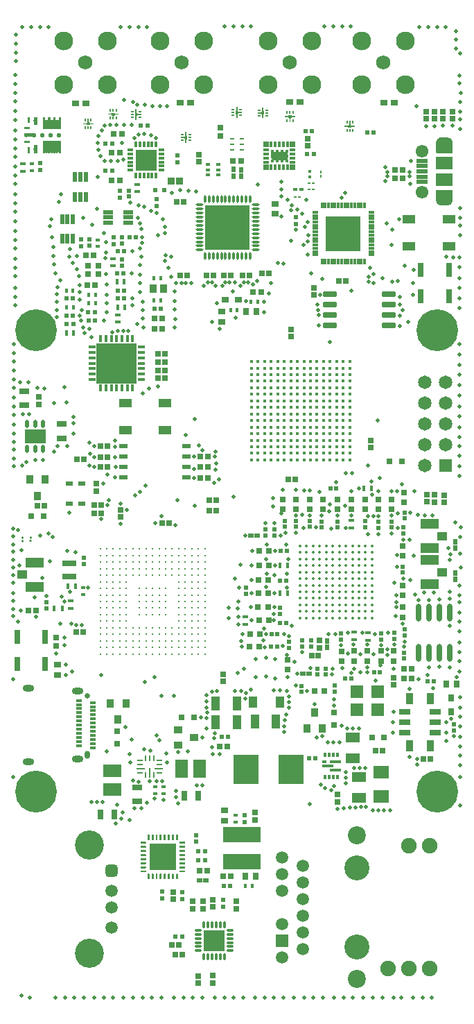
<source format=gts>
G04*
G04 #@! TF.GenerationSoftware,Altium Limited,Altium Designer,24.9.1 (31)*
G04*
G04 Layer_Color=8388736*
%FSLAX44Y44*%
%MOMM*%
G71*
G04*
G04 #@! TF.SameCoordinates,418AA1D6-F79E-4CCF-963D-19B387831215*
G04*
G04*
G04 #@! TF.FilePolarity,Negative*
G04*
G01*
G75*
%ADD23C,1.7300*%
%ADD24R,0.8500X0.6500*%
%ADD25R,0.1500X0.3300*%
%ADD26C,0.2702*%
%ADD29R,0.6750X0.4500*%
%ADD30R,0.5000X0.4000*%
%ADD31R,0.7000X0.3000*%
%ADD35R,0.3300X0.1500*%
%ADD36R,0.3541X0.2627*%
%ADD37R,0.6000X0.5000*%
%ADD38R,0.7154X0.6725*%
%ADD39R,0.5200X0.5200*%
%ADD40R,0.4000X0.3500*%
%ADD42R,0.6096X0.2540*%
%ADD43R,0.5000X0.3500*%
%ADD44R,0.6725X0.7154*%
%ADD46R,0.5500X0.5500*%
%ADD47R,0.8000X0.8000*%
%ADD49R,0.5541X0.4627*%
%ADD50R,0.2627X0.3541*%
%ADD51R,0.5725X0.6153*%
%ADD52R,0.5200X0.5200*%
%ADD53R,0.6500X0.3500*%
%ADD54R,0.4725X0.5153*%
%ADD59R,0.7000X0.9500*%
%ADD61C,0.4000*%
G04:AMPARAMS|DCode=63|XSize=0.85mm|YSize=0.3mm|CornerRadius=0.15mm|HoleSize=0mm|Usage=FLASHONLY|Rotation=270.000|XOffset=0mm|YOffset=0mm|HoleType=Round|Shape=RoundedRectangle|*
%AMROUNDEDRECTD63*
21,1,0.8500,0.0000,0,0,270.0*
21,1,0.5500,0.3000,0,0,270.0*
1,1,0.3000,0.0000,-0.2750*
1,1,0.3000,0.0000,0.2750*
1,1,0.3000,0.0000,0.2750*
1,1,0.3000,0.0000,-0.2750*
%
%ADD63ROUNDEDRECTD63*%
G04:AMPARAMS|DCode=64|XSize=0.3mm|YSize=0.85mm|CornerRadius=0.15mm|HoleSize=0mm|Usage=FLASHONLY|Rotation=270.000|XOffset=0mm|YOffset=0mm|HoleType=Round|Shape=RoundedRectangle|*
%AMROUNDEDRECTD64*
21,1,0.3000,0.5500,0,0,270.0*
21,1,0.0000,0.8500,0,0,270.0*
1,1,0.3000,-0.2750,0.0000*
1,1,0.3000,-0.2750,0.0000*
1,1,0.3000,0.2750,0.0000*
1,1,0.3000,0.2750,0.0000*
%
%ADD64ROUNDEDRECTD64*%
%ADD65R,2.6000X2.6000*%
%ADD67R,0.8382X0.6096*%
%ADD68R,0.7581X0.8121*%
%ADD69R,0.4000X0.5000*%
%ADD70R,0.8121X0.7581*%
G04:AMPARAMS|DCode=76|XSize=0.95mm|YSize=0.3mm|CornerRadius=0.15mm|HoleSize=0mm|Usage=FLASHONLY|Rotation=270.000|XOffset=0mm|YOffset=0mm|HoleType=Round|Shape=RoundedRectangle|*
%AMROUNDEDRECTD76*
21,1,0.9500,0.0000,0,0,270.0*
21,1,0.6500,0.3000,0,0,270.0*
1,1,0.3000,0.0000,-0.3250*
1,1,0.3000,0.0000,0.3250*
1,1,0.3000,0.0000,0.3250*
1,1,0.3000,0.0000,-0.3250*
%
%ADD76ROUNDEDRECTD76*%
G04:AMPARAMS|DCode=77|XSize=0.3mm|YSize=0.95mm|CornerRadius=0.15mm|HoleSize=0mm|Usage=FLASHONLY|Rotation=270.000|XOffset=0mm|YOffset=0mm|HoleType=Round|Shape=RoundedRectangle|*
%AMROUNDEDRECTD77*
21,1,0.3000,0.6500,0,0,270.0*
21,1,0.0000,0.9500,0,0,270.0*
1,1,0.3000,-0.3250,0.0000*
1,1,0.3000,-0.3250,0.0000*
1,1,0.3000,0.3250,0.0000*
1,1,0.3000,0.3250,0.0000*
%
%ADD77ROUNDEDRECTD77*%
%ADD78R,5.5000X5.5000*%
G04:AMPARAMS|DCode=80|XSize=0.25mm|YSize=0.675mm|CornerRadius=0.05mm|HoleSize=0mm|Usage=FLASHONLY|Rotation=270.000|XOffset=0mm|YOffset=0mm|HoleType=Round|Shape=RoundedRectangle|*
%AMROUNDEDRECTD80*
21,1,0.2500,0.5750,0,0,270.0*
21,1,0.1500,0.6750,0,0,270.0*
1,1,0.1000,-0.2875,-0.0750*
1,1,0.1000,-0.2875,0.0750*
1,1,0.1000,0.2875,0.0750*
1,1,0.1000,0.2875,-0.0750*
%
%ADD80ROUNDEDRECTD80*%
G04:AMPARAMS|DCode=81|XSize=1.225mm|YSize=0.25mm|CornerRadius=0.05mm|HoleSize=0mm|Usage=FLASHONLY|Rotation=270.000|XOffset=0mm|YOffset=0mm|HoleType=Round|Shape=RoundedRectangle|*
%AMROUNDEDRECTD81*
21,1,1.2250,0.1500,0,0,270.0*
21,1,1.1250,0.2500,0,0,270.0*
1,1,0.1000,-0.0750,-0.5625*
1,1,0.1000,-0.0750,0.5625*
1,1,0.1000,0.0750,0.5625*
1,1,0.1000,0.0750,-0.5625*
%
%ADD81ROUNDEDRECTD81*%
G04:AMPARAMS|DCode=82|XSize=0.25mm|YSize=0.975mm|CornerRadius=0.05mm|HoleSize=0mm|Usage=FLASHONLY|Rotation=270.000|XOffset=0mm|YOffset=0mm|HoleType=Round|Shape=RoundedRectangle|*
%AMROUNDEDRECTD82*
21,1,0.2500,0.8750,0,0,270.0*
21,1,0.1500,0.9750,0,0,270.0*
1,1,0.1000,-0.4375,-0.0750*
1,1,0.1000,-0.4375,0.0750*
1,1,0.1000,0.4375,0.0750*
1,1,0.1000,0.4375,-0.0750*
%
%ADD82ROUNDEDRECTD82*%
G04:AMPARAMS|DCode=83|XSize=0.625mm|YSize=0.25mm|CornerRadius=0.05mm|HoleSize=0mm|Usage=FLASHONLY|Rotation=270.000|XOffset=0mm|YOffset=0mm|HoleType=Round|Shape=RoundedRectangle|*
%AMROUNDEDRECTD83*
21,1,0.6250,0.1500,0,0,270.0*
21,1,0.5250,0.2500,0,0,270.0*
1,1,0.1000,-0.0750,-0.2625*
1,1,0.1000,-0.0750,0.2625*
1,1,0.1000,0.0750,0.2625*
1,1,0.1000,0.0750,-0.2625*
%
%ADD83ROUNDEDRECTD83*%
%ADD84R,0.5153X0.4725*%
%ADD85R,0.9500X0.7000*%
%ADD87R,0.4725X0.4682*%
%ADD88R,2.3062X1.5549*%
%ADD90R,0.5811X0.5121*%
%ADD93R,0.5121X0.5811*%
%ADD96R,1.0500X0.5700*%
%ADD97R,0.5393X0.4725*%
%ADD99R,1.5549X2.3062*%
%ADD105R,0.8000X0.8000*%
%ADD108R,1.1000X1.3500*%
%ADD109R,1.1046X1.7062*%
%ADD110R,1.9062X1.5046*%
%ADD111R,1.7062X1.1546*%
%ADD112R,0.6000X0.3500*%
%ADD113R,1.4000X0.3500*%
%ADD114R,0.3500X0.6000*%
%ADD121R,0.3500X0.6500*%
%ADD122R,0.6153X0.5725*%
%ADD123R,0.4682X0.4725*%
%ADD124C,0.3556*%
%ADD126R,0.4500X0.6750*%
%ADD127R,1.5000X1.6000*%
%ADD131R,1.8000X0.8000*%
%ADD132R,0.8000X1.7000*%
%ADD135R,0.4100X0.6600*%
%ADD136R,0.4725X0.5393*%
%ADD138C,0.1750*%
%ADD139R,0.6500X0.4000*%
%ADD140R,0.6500X0.4000*%
%ADD141R,0.4000X0.6500*%
%ADD142R,0.4000X0.6500*%
%ADD143R,0.4000X0.6500*%
%ADD144R,0.4000X0.6500*%
%ADD145R,0.6500X0.6500*%
%ADD146R,2.5000X2.5000*%
%ADD147R,0.3500X0.7000*%
%ADD148R,0.3500X0.7000*%
%ADD149R,0.7000X0.3500*%
%ADD150R,0.7000X0.3500*%
%ADD151C,0.6000*%
%ADD152R,1.1500X0.7500*%
%ADD153R,0.6500X0.7000*%
%ADD154R,0.6200X0.6600*%
%ADD155R,0.7200X0.7600*%
%ADD156R,0.6500X0.6500*%
%ADD157R,0.7500X0.7000*%
%ADD158R,0.8600X0.8200*%
%ADD159R,4.6000X1.9000*%
%ADD160R,0.7000X0.7500*%
%ADD161R,0.7500X0.8000*%
%ADD162R,0.9000X1.0000*%
%ADD163R,0.7000X0.6500*%
%ADD164R,3.2000X3.2000*%
%ADD165C,0.2250*%
%ADD166R,0.6500X0.6000*%
%ADD167R,0.8000X0.7500*%
%ADD168R,1.6000X1.0000*%
%ADD169R,1.0000X0.9000*%
%ADD170R,0.9000X1.0500*%
%ADD171R,3.1000X3.6000*%
%ADD172R,4.2000X4.2000*%
%ADD173R,0.3200X0.7500*%
%ADD174R,0.7500X0.3200*%
%ADD175R,0.7750X0.7000*%
%ADD176R,0.6000X0.6500*%
G04:AMPARAMS|DCode=177|XSize=1.71mm|YSize=0.68mm|CornerRadius=0.1225mm|HoleSize=0mm|Usage=FLASHONLY|Rotation=180.000|XOffset=0mm|YOffset=0mm|HoleType=Round|Shape=RoundedRectangle|*
%AMROUNDEDRECTD177*
21,1,1.7100,0.4350,0,0,180.0*
21,1,1.4650,0.6800,0,0,180.0*
1,1,0.2450,-0.7325,0.2175*
1,1,0.2450,0.7325,0.2175*
1,1,0.2450,0.7325,-0.2175*
1,1,0.2450,-0.7325,-0.2175*
%
%ADD177ROUNDEDRECTD177*%
%ADD178R,0.9500X1.3500*%
%ADD179R,1.3500X0.7500*%
%ADD180R,1.1500X1.1000*%
%ADD181R,2.3000X1.1500*%
%ADD182R,2.5000X1.7500*%
%ADD183O,0.5000X1.0000*%
%ADD184R,0.5500X1.1500*%
%ADD185R,1.4500X0.5000*%
%ADD186R,2.0000X1.6000*%
%ADD187R,0.8500X0.4000*%
%ADD188R,0.4000X0.8500*%
%ADD189R,4.9000X4.9000*%
%ADD190R,0.7000X0.7750*%
%ADD191O,0.7000X2.1500*%
%ADD192R,0.6800X0.6400*%
%ADD193R,0.7500X1.1500*%
%ADD194R,1.1500X1.1000*%
%ADD195R,2.3000X1.1500*%
%ADD196R,1.1500X0.5500*%
%ADD197C,2.3000*%
G04:AMPARAMS|DCode=198|XSize=0.8mm|YSize=1.4mm|CornerRadius=0.4mm|HoleSize=0mm|Usage=FLASHONLY|Rotation=270.000|XOffset=0mm|YOffset=0mm|HoleType=Round|Shape=RoundedRectangle|*
%AMROUNDEDRECTD198*
21,1,0.8000,0.6000,0,0,270.0*
21,1,0.0000,1.4000,0,0,270.0*
1,1,0.8000,-0.3000,0.0000*
1,1,0.8000,-0.3000,0.0000*
1,1,0.8000,0.3000,0.0000*
1,1,0.8000,0.3000,0.0000*
%
%ADD198ROUNDEDRECTD198*%
G04:AMPARAMS|DCode=199|XSize=0.95mm|YSize=0.65mm|CornerRadius=0.325mm|HoleSize=0mm|Usage=FLASHONLY|Rotation=270.000|XOffset=0mm|YOffset=0mm|HoleType=Round|Shape=RoundedRectangle|*
%AMROUNDEDRECTD199*
21,1,0.9500,0.0000,0,0,270.0*
21,1,0.3000,0.6500,0,0,270.0*
1,1,0.6500,0.0000,-0.1500*
1,1,0.6500,0.0000,0.1500*
1,1,0.6500,0.0000,0.1500*
1,1,0.6500,0.0000,-0.1500*
%
%ADD199ROUNDEDRECTD199*%
%ADD200C,0.6500*%
%ADD201C,3.5500*%
G04:AMPARAMS|DCode=202|XSize=1.52mm|YSize=1.52mm|CornerRadius=0.405mm|HoleSize=0mm|Usage=FLASHONLY|Rotation=270.000|XOffset=0mm|YOffset=0mm|HoleType=Round|Shape=RoundedRectangle|*
%AMROUNDEDRECTD202*
21,1,1.5200,0.7100,0,0,270.0*
21,1,0.7100,1.5200,0,0,270.0*
1,1,0.8100,-0.3550,-0.3550*
1,1,0.8100,-0.3550,0.3550*
1,1,0.8100,0.3550,0.3550*
1,1,0.8100,0.3550,-0.3550*
%
%ADD202ROUNDEDRECTD202*%
%ADD203C,1.5200*%
%ADD204C,1.5000*%
%ADD205R,1.5000X1.5000*%
%ADD206C,2.2000*%
%ADD207C,1.9000*%
%ADD208C,3.0500*%
%ADD209C,0.5000*%
%ADD210R,1.6500X1.6500*%
%ADD211C,1.6500*%
%ADD212C,1.5500*%
%ADD213C,0.5064*%
%ADD214C,0.4064*%
%ADD215C,0.5500*%
%ADD216C,0.6000*%
%ADD217C,5.1000*%
G36*
X312600Y866250D02*
X312607Y866171D01*
X312647Y866018D01*
X312717Y865877D01*
X312816Y865753D01*
X312875Y865700D01*
X312936Y865650D01*
X313036Y865526D01*
X313107Y865383D01*
X313146Y865229D01*
X313150Y865150D01*
X313150Y861850D01*
X313147Y861771D01*
X313107Y861617D01*
X313036Y861475D01*
X312936Y861350D01*
X312875Y861300D01*
X312816Y861247D01*
X312717Y861123D01*
X312647Y860982D01*
X312607Y860829D01*
X312600Y860750D01*
X312600D01*
X312600Y857000D01*
X311100D01*
Y861000D01*
X311091Y861071D01*
X311052Y861209D01*
X310988Y861337D01*
X310901Y861450D01*
X310850Y861500D01*
X310850Y861500D01*
X309750Y862500D01*
X309678Y862575D01*
X309507Y862692D01*
X309310Y862758D01*
X309103Y862767D01*
X309000Y862750D01*
X309000D01*
Y862750D01*
X305350D01*
Y864250D01*
X309000Y864250D01*
X309103Y864233D01*
X309310Y864242D01*
X309507Y864308D01*
X309678Y864425D01*
X309750Y864500D01*
Y864500D01*
X310850Y865500D01*
X310901Y865550D01*
X310988Y865663D01*
X311052Y865791D01*
X311091Y865929D01*
X311100Y866000D01*
X311100D01*
X311100Y870000D01*
X312600D01*
X312600Y866250D01*
D02*
G37*
G36*
X280750Y866500D02*
X280759Y866429D01*
X280798Y866291D01*
X280862Y866163D01*
X280949Y866050D01*
X281000Y866000D01*
X282100Y865000D01*
X282172Y864925D01*
X282343Y864808D01*
X282540Y864742D01*
X282747Y864733D01*
X282850Y864750D01*
Y864750D01*
Y864750D01*
X286500D01*
Y863250D01*
X282850D01*
X282747Y863267D01*
X282540Y863258D01*
X282343Y863192D01*
X282172Y863075D01*
X282100Y863000D01*
X282100D01*
X281000Y862000D01*
X280949Y861950D01*
X280861Y861837D01*
X280798Y861709D01*
X280759Y861571D01*
X280750Y861500D01*
Y861500D01*
Y861500D01*
D01*
X280750Y857500D01*
X279250D01*
Y861250D01*
X279243Y861329D01*
X279203Y861482D01*
X279133Y861623D01*
X279034Y861747D01*
X278975Y861800D01*
X278914Y861850D01*
X278814Y861974D01*
X278743Y862117D01*
X278703Y862271D01*
X278700Y862350D01*
X278700Y862350D01*
X278700Y865650D01*
X278703Y865729D01*
X278743Y865883D01*
X278814Y866025D01*
X278914Y866150D01*
X278975Y866200D01*
X279034Y866253D01*
X279133Y866376D01*
X279203Y866518D01*
X279243Y866671D01*
X279250Y866750D01*
Y866750D01*
X279250Y870500D01*
X280750D01*
X280750Y866500D01*
D02*
G37*
G36*
X130729Y863297D02*
X130883Y863257D01*
X131025Y863186D01*
X131150Y863086D01*
X131200Y863025D01*
X131253Y862966D01*
X131376Y862867D01*
X131518Y862797D01*
X131671Y862757D01*
X131750Y862750D01*
X131750Y862750D01*
X135500Y862750D01*
Y861250D01*
X131500D01*
X131429Y861241D01*
X131291Y861202D01*
X131163Y861138D01*
X131050Y861051D01*
X131000Y861000D01*
Y861000D01*
X130000Y859900D01*
X129925Y859828D01*
X129808Y859657D01*
X129742Y859460D01*
X129733Y859253D01*
X129750Y859150D01*
X129750Y859150D01*
X129750D01*
Y855500D01*
X128250D01*
Y859150D01*
X128267Y859253D01*
X128258Y859460D01*
X128192Y859657D01*
X128075Y859828D01*
X128000Y859900D01*
X127000Y861000D01*
X126950Y861051D01*
X126837Y861138D01*
X126709Y861202D01*
X126571Y861241D01*
X126500Y861250D01*
X126500Y861250D01*
X122500Y861250D01*
Y862750D01*
X126250Y862750D01*
X126329Y862757D01*
X126482Y862797D01*
X126623Y862867D01*
X126747Y862966D01*
X126800Y863025D01*
X126850Y863086D01*
X126974Y863186D01*
X127117Y863257D01*
X127271Y863297D01*
X127350Y863300D01*
X127350D01*
X130650Y863300D01*
X130729Y863297D01*
D02*
G37*
G36*
X157600Y864000D02*
X157609Y863929D01*
X157648Y863791D01*
X157712Y863663D01*
X157799Y863550D01*
X157850Y863500D01*
X158950Y862500D01*
X159022Y862425D01*
X159193Y862308D01*
X159390Y862242D01*
X159597Y862233D01*
X159700Y862250D01*
Y862250D01*
Y862250D01*
X163350D01*
Y860750D01*
X159700D01*
X159597Y860767D01*
X159390Y860758D01*
X159193Y860692D01*
X159022Y860575D01*
X158950Y860500D01*
X158950D01*
X157850Y859500D01*
X157799Y859450D01*
X157711Y859337D01*
X157648Y859209D01*
X157609Y859071D01*
X157600Y859000D01*
Y859000D01*
Y859000D01*
D01*
X157600Y855000D01*
X156100D01*
Y858750D01*
X156093Y858829D01*
X156053Y858982D01*
X155983Y859123D01*
X155884Y859247D01*
X155825Y859300D01*
X155764Y859350D01*
X155664Y859474D01*
X155593Y859617D01*
X155554Y859771D01*
X155550Y859850D01*
X155550Y859850D01*
X155550Y863150D01*
X155553Y863229D01*
X155593Y863383D01*
X155664Y863525D01*
X155764Y863650D01*
X155825Y863700D01*
X155884Y863753D01*
X155983Y863876D01*
X156053Y864018D01*
X156093Y864171D01*
X156100Y864250D01*
Y864250D01*
X156100Y868000D01*
X157600D01*
X157600Y864000D01*
D02*
G37*
G36*
X346729Y860297D02*
X346883Y860257D01*
X347025Y860186D01*
X347150Y860086D01*
X347200Y860025D01*
X347253Y859966D01*
X347377Y859867D01*
X347518Y859797D01*
X347671Y859757D01*
X347750Y859750D01*
X347750Y859750D01*
X351500Y859750D01*
Y858250D01*
X347500D01*
X347429Y858241D01*
X347291Y858202D01*
X347163Y858138D01*
X347050Y858051D01*
X347000Y858000D01*
Y858000D01*
X346000Y856900D01*
X345925Y856828D01*
X345808Y856657D01*
X345742Y856460D01*
X345733Y856253D01*
X345750Y856150D01*
X345750Y856150D01*
X345750D01*
Y852500D01*
X344250D01*
Y856150D01*
X344267Y856253D01*
X344258Y856460D01*
X344192Y856657D01*
X344075Y856828D01*
X344000Y856900D01*
X343000Y858000D01*
X342950Y858051D01*
X342837Y858138D01*
X342709Y858202D01*
X342571Y858241D01*
X342500Y858250D01*
X342500Y858250D01*
X338500Y858250D01*
Y859750D01*
X342250Y859750D01*
X342329Y859757D01*
X342482Y859797D01*
X342623Y859867D01*
X342747Y859966D01*
X342800Y860025D01*
X342850Y860086D01*
X342975Y860186D01*
X343117Y860257D01*
X343271Y860296D01*
X343350Y860300D01*
X343350D01*
X346650Y860300D01*
X346729Y860297D01*
D02*
G37*
G36*
X64750Y858500D02*
X64849D01*
X65033Y858424D01*
X65174Y858283D01*
X65250Y858099D01*
Y858000D01*
X65250Y844000D01*
X65250Y844000D01*
Y843901D01*
X65174Y843717D01*
X65033Y843576D01*
X64849Y843500D01*
X43151D01*
X42967Y843576D01*
X42826Y843717D01*
X42750Y843901D01*
Y844000D01*
Y858000D01*
Y858099D01*
X42826Y858283D01*
X42967Y858424D01*
X43151Y858500D01*
X43250D01*
X45250Y858500D01*
X45250Y858500D01*
X45349Y858500D01*
X45533Y858424D01*
X45674Y858283D01*
X45750Y858100D01*
X45750Y858000D01*
X45750Y855250D01*
X45760Y855152D01*
X45834Y854972D01*
X45972Y854834D01*
X46152Y854760D01*
X46250Y854750D01*
X48750D01*
X48847Y854760D01*
X49028Y854834D01*
X49166Y854972D01*
X49240Y855152D01*
X49250Y855250D01*
X49250Y858000D01*
Y858100D01*
X49326Y858283D01*
X49467Y858424D01*
X49651Y858500D01*
X49750D01*
X51750Y858500D01*
X51750Y858500D01*
X51849Y858500D01*
X52033Y858424D01*
X52174Y858283D01*
X52250Y858100D01*
X52250Y858000D01*
X52250Y855250D01*
X52250D01*
X52260Y855152D01*
X52334Y854972D01*
X52472Y854834D01*
X52652Y854760D01*
X52750Y854750D01*
X55250D01*
X55347Y854760D01*
X55528Y854834D01*
X55666Y854972D01*
X55740Y855152D01*
X55750Y855250D01*
X55750Y858000D01*
X55750Y858100D01*
X55826Y858283D01*
X55967Y858424D01*
X56150Y858500D01*
X56250Y858500D01*
X58250Y858500D01*
Y858500D01*
X58349D01*
X58533Y858424D01*
X58674Y858283D01*
X58750Y858099D01*
Y858000D01*
X58750Y855250D01*
X58760Y855152D01*
X58834Y854972D01*
X58972Y854834D01*
X59152Y854760D01*
X59250Y854750D01*
X61750D01*
X61848Y854760D01*
X62028Y854834D01*
X62166Y854972D01*
X62240Y855152D01*
X62250Y855250D01*
Y858000D01*
X62250Y858100D01*
X62326Y858283D01*
X62467Y858424D01*
X62650Y858500D01*
X62750Y858500D01*
X64750Y858500D01*
X64750Y858500D01*
D02*
G37*
G36*
X27033Y858424D02*
X27174Y858283D01*
X27250Y858100D01*
Y858000D01*
Y852000D01*
Y851900D01*
X27174Y851717D01*
X27033Y851576D01*
X26850Y851500D01*
X24650D01*
X24467Y851576D01*
X24326Y851717D01*
X24250Y851900D01*
Y852000D01*
Y858000D01*
Y858100D01*
X24326Y858283D01*
X24467Y858424D01*
X24650Y858500D01*
X26850D01*
X27033Y858424D01*
D02*
G37*
G36*
X99250Y853000D02*
X99233Y852897D01*
X99242Y852690D01*
X99308Y852493D01*
X99425Y852322D01*
X99500Y852250D01*
X99500Y852250D01*
X100500Y851150D01*
X100550Y851099D01*
X100663Y851012D01*
X100791Y850947D01*
X100929Y850909D01*
X101000Y850900D01*
X105000Y850900D01*
Y849400D01*
X101250D01*
X101171Y849393D01*
X101018Y849353D01*
X100877Y849283D01*
X100753Y849184D01*
X100700Y849125D01*
X100650Y849064D01*
X100526Y848964D01*
X100383Y848893D01*
X100229Y848854D01*
X100150Y848850D01*
Y848850D01*
X96850Y848850D01*
X96771Y848853D01*
X96617Y848893D01*
X96475Y848964D01*
X96350Y849064D01*
X96300Y849125D01*
X96300Y849125D01*
X96247Y849184D01*
X96124Y849283D01*
X95982Y849353D01*
X95829Y849393D01*
X95750Y849400D01*
X92000Y849400D01*
Y850900D01*
X96000Y850900D01*
X96071Y850909D01*
X96209Y850948D01*
X96337Y851012D01*
X96450Y851099D01*
X96500Y851150D01*
X96500D01*
X97500Y852250D01*
X97575Y852322D01*
X97692Y852493D01*
X97758Y852690D01*
X97767Y852897D01*
X97750Y853000D01*
X97750D01*
Y856650D01*
X99250D01*
X99250Y853000D01*
D02*
G37*
G36*
X36033Y858424D02*
X36174Y858283D01*
X36250Y858100D01*
Y858000D01*
Y849000D01*
Y848901D01*
X36174Y848717D01*
X36033Y848576D01*
X35849Y848500D01*
X32650D01*
X32467Y848576D01*
X32326Y848717D01*
X32250Y848901D01*
Y849000D01*
Y858000D01*
Y858100D01*
X32326Y858283D01*
X32467Y858424D01*
X32650Y858500D01*
X35849D01*
X36033Y858424D01*
D02*
G37*
G36*
X418750Y849881D02*
X418733Y849779D01*
X418742Y849571D01*
X418808Y849374D01*
X418925Y849203D01*
X419000Y849131D01*
X419000Y849131D01*
X420000Y848031D01*
X420050Y847980D01*
X420163Y847893D01*
X420291Y847829D01*
X420429Y847790D01*
X420500Y847781D01*
X424500Y847781D01*
Y846281D01*
X420750D01*
X420671Y846274D01*
X420518Y846235D01*
X420377Y846164D01*
X420253Y846065D01*
X420200Y846006D01*
X420150Y845945D01*
X420025Y845846D01*
X419883Y845775D01*
X419729Y845735D01*
X419650Y845731D01*
Y845731D01*
X416350Y845731D01*
X416271Y845735D01*
X416117Y845774D01*
X415975Y845846D01*
X415850Y845945D01*
X415800Y846006D01*
X415800Y846006D01*
X415747Y846065D01*
X415624Y846164D01*
X415482Y846235D01*
X415329Y846274D01*
X415250Y846281D01*
X411500Y846281D01*
Y847781D01*
X415500Y847781D01*
X415571Y847790D01*
X415709Y847829D01*
X415837Y847893D01*
X415950Y847980D01*
X416000Y848031D01*
X416000D01*
X417000Y849131D01*
X417075Y849203D01*
X417192Y849374D01*
X417258Y849571D01*
X417267Y849779D01*
X417250Y849881D01*
X417250D01*
Y853531D01*
X418750D01*
X418750Y849881D01*
D02*
G37*
G36*
X27033Y846424D02*
X27174Y846283D01*
X27250Y846099D01*
Y846000D01*
Y844000D01*
Y843901D01*
X27174Y843717D01*
X27033Y843576D01*
X26850Y843500D01*
X20650D01*
X20467Y843576D01*
X20326Y843717D01*
X20250Y843901D01*
Y844000D01*
Y846000D01*
Y846099D01*
X20326Y846283D01*
X20467Y846424D01*
X20650Y846500D01*
X26850D01*
X27033Y846424D01*
D02*
G37*
G36*
X30033Y838424D02*
X30174Y838283D01*
X30250Y838099D01*
Y838000D01*
Y835000D01*
Y834901D01*
X30174Y834717D01*
X30033Y834576D01*
X29849Y834500D01*
X20650D01*
X20467Y834576D01*
X20326Y834717D01*
X20250Y834901D01*
Y835000D01*
Y838000D01*
Y838099D01*
X20326Y838283D01*
X20467Y838424D01*
X20650Y838500D01*
X29849D01*
X30033Y838424D01*
D02*
G37*
G36*
X218600Y836250D02*
X218607Y836171D01*
X218647Y836018D01*
X218717Y835877D01*
X218816Y835753D01*
X218875Y835700D01*
X218936Y835650D01*
X219036Y835526D01*
X219107Y835383D01*
X219146Y835229D01*
X219150Y835150D01*
X219150Y831850D01*
X219147Y831771D01*
X219107Y831617D01*
X219036Y831475D01*
X218936Y831350D01*
X218875Y831300D01*
X218816Y831247D01*
X218717Y831124D01*
X218647Y830982D01*
X218607Y830829D01*
X218600Y830750D01*
X218600D01*
X218600Y827000D01*
X217100D01*
Y831000D01*
X217091Y831071D01*
X217052Y831209D01*
X216988Y831337D01*
X216901Y831450D01*
X216850Y831500D01*
X216850Y831500D01*
X215750Y832500D01*
X215678Y832575D01*
X215507Y832692D01*
X215310Y832758D01*
X215103Y832767D01*
X215000Y832750D01*
X215000D01*
Y832750D01*
X211350D01*
Y834250D01*
X215000Y834250D01*
X215103Y834233D01*
X215310Y834242D01*
X215507Y834308D01*
X215678Y834425D01*
X215750Y834500D01*
Y834500D01*
X216850Y835500D01*
X216901Y835550D01*
X216988Y835663D01*
X217052Y835791D01*
X217091Y835929D01*
X217100Y836000D01*
X217100D01*
X217100Y840000D01*
X218600D01*
X218600Y836250D01*
D02*
G37*
G36*
X538098Y833493D02*
X538192Y833464D01*
X538279Y833418D01*
X538355Y833355D01*
X538418Y833279D01*
X538464Y833192D01*
X538493Y833098D01*
X538502Y833000D01*
Y833000D01*
D01*
Y828502D01*
X543000D01*
X543098Y828493D01*
X543192Y828464D01*
X543279Y828418D01*
X543355Y828355D01*
X543418Y828279D01*
X543464Y828192D01*
X543493Y828098D01*
X543502Y828000D01*
Y815000D01*
X543493Y814902D01*
X543464Y814808D01*
X543418Y814721D01*
X543355Y814645D01*
X543279Y814582D01*
X543192Y814536D01*
X543098Y814507D01*
X543000Y814498D01*
X524000D01*
X523902Y814507D01*
X523808Y814536D01*
X523721Y814582D01*
X523645Y814645D01*
X523582Y814721D01*
X523536Y814808D01*
X523507Y814902D01*
X523498Y815000D01*
Y828000D01*
X523507Y828098D01*
X523536Y828192D01*
X523582Y828279D01*
X523645Y828355D01*
X523721Y828418D01*
X523808Y828464D01*
X523902Y828493D01*
X524000Y828502D01*
X528497D01*
Y833000D01*
X528507Y833098D01*
X528536Y833192D01*
X528582Y833279D01*
X528644Y833355D01*
X528721Y833418D01*
X528807Y833464D01*
X528902Y833493D01*
X529000Y833502D01*
X538000Y833502D01*
X538000D01*
D01*
X538098Y833493D01*
D02*
G37*
G36*
X27033Y829424D02*
X27174Y829283D01*
X27250Y829099D01*
Y829000D01*
Y827000D01*
Y826900D01*
X27174Y826717D01*
X27033Y826576D01*
X26850Y826500D01*
X20650D01*
X20467Y826576D01*
X20326Y826717D01*
X20250Y826900D01*
Y827000D01*
Y829000D01*
Y829099D01*
X20326Y829283D01*
X20467Y829424D01*
X20650Y829500D01*
X26850D01*
X27033Y829424D01*
D02*
G37*
G36*
X36033Y824424D02*
X36174Y824283D01*
X36250Y824099D01*
Y824000D01*
Y815000D01*
Y814901D01*
X36174Y814717D01*
X36033Y814576D01*
X35849Y814500D01*
X32650D01*
X32467Y814576D01*
X32326Y814717D01*
X32250Y814901D01*
Y815000D01*
Y824000D01*
Y824099D01*
X32326Y824283D01*
X32467Y824424D01*
X32650Y824500D01*
X35849D01*
X36033Y824424D01*
D02*
G37*
G36*
X27033Y821424D02*
X27174Y821283D01*
X27250Y821099D01*
Y821000D01*
Y815000D01*
Y814901D01*
X27174Y814717D01*
X27033Y814576D01*
X26850Y814500D01*
X24650D01*
X24467Y814576D01*
X24326Y814717D01*
X24250Y814901D01*
Y815000D01*
Y821000D01*
Y821099D01*
X24326Y821283D01*
X24467Y821424D01*
X24650Y821500D01*
X26850D01*
X27033Y821424D01*
D02*
G37*
G36*
X64750Y829500D02*
X64849D01*
X65033Y829424D01*
X65174Y829283D01*
X65250Y829099D01*
Y829000D01*
X65250D01*
X65250Y815000D01*
Y814901D01*
X65174Y814717D01*
X65033Y814576D01*
X64849Y814500D01*
X64750D01*
X64750Y814500D01*
X62750D01*
X62650Y814500D01*
X62467Y814576D01*
X62326Y814717D01*
X62250Y814901D01*
X62250Y815000D01*
Y817750D01*
X62240Y817848D01*
X62166Y818028D01*
X62028Y818166D01*
X61848Y818240D01*
X61750Y818250D01*
Y818250D01*
X59250Y818250D01*
X59152Y818240D01*
X58972Y818166D01*
X58834Y818028D01*
X58760Y817848D01*
X58750Y817750D01*
Y817750D01*
X58750Y815000D01*
Y814901D01*
X58674Y814717D01*
X58533Y814576D01*
X58349Y814500D01*
X58250D01*
Y814500D01*
X56250D01*
X56150Y814500D01*
X55967Y814576D01*
X55826Y814717D01*
X55750Y814901D01*
X55750Y815000D01*
X55750Y817750D01*
X55740Y817848D01*
X55666Y818028D01*
X55528Y818166D01*
X55347Y818240D01*
X55250Y818250D01*
X55250Y818250D01*
X52750Y818250D01*
X52652Y818240D01*
X52472Y818166D01*
X52334Y818028D01*
X52260Y817848D01*
X52250Y817750D01*
X52250Y817750D01*
X52250Y815000D01*
X52250Y814901D01*
X52174Y814717D01*
X52033Y814576D01*
X51849Y814500D01*
X51750Y814500D01*
X49651D01*
X49467Y814576D01*
X49326Y814717D01*
X49250Y814901D01*
Y815000D01*
Y815000D01*
X49250Y817750D01*
X49240Y817848D01*
X49166Y818028D01*
X49028Y818166D01*
X48847Y818240D01*
X48750Y818250D01*
Y818250D01*
X46250Y818250D01*
X46152Y818240D01*
X45972Y818166D01*
X45834Y818028D01*
X45760Y817848D01*
X45750Y817750D01*
Y817750D01*
X45750Y815000D01*
X45750Y814901D01*
X45674Y814717D01*
X45533Y814576D01*
X45349Y814500D01*
X45250Y814500D01*
X45250D01*
X43250Y814500D01*
X43151D01*
X42967Y814576D01*
X42826Y814717D01*
X42750Y814901D01*
Y815000D01*
Y829000D01*
Y829099D01*
X42826Y829283D01*
X42967Y829424D01*
X43151Y829500D01*
X43250D01*
X43250Y829500D01*
X64750Y829500D01*
D02*
G37*
G36*
X342000Y806000D02*
X325000D01*
X322000Y809000D01*
Y816000D01*
X342000D01*
Y806000D01*
D02*
G37*
G36*
X543098Y769493D02*
X543192Y769464D01*
X543279Y769418D01*
X543355Y769355D01*
X543418Y769279D01*
X543464Y769192D01*
X543493Y769098D01*
X543502Y769000D01*
Y756000D01*
X543493Y755902D01*
X543464Y755808D01*
X543418Y755721D01*
X543355Y755645D01*
X543279Y755582D01*
X543192Y755536D01*
X543098Y755507D01*
X543000Y755498D01*
X538503D01*
Y751000D01*
X538493Y750902D01*
X538464Y750808D01*
X538418Y750721D01*
X538355Y750645D01*
X538279Y750583D01*
X538192Y750536D01*
X538098Y750508D01*
X538000Y750498D01*
X529000Y750498D01*
X529000D01*
D01*
X528902Y750507D01*
X528808Y750536D01*
X528721Y750582D01*
X528645Y750645D01*
X528582Y750721D01*
X528536Y750808D01*
X528507Y750902D01*
X528498Y751000D01*
Y751000D01*
D01*
Y755498D01*
X524000D01*
X523902Y755507D01*
X523808Y755536D01*
X523721Y755582D01*
X523645Y755645D01*
X523582Y755721D01*
X523536Y755808D01*
X523507Y755902D01*
X523498Y756000D01*
Y769000D01*
X523507Y769098D01*
X523536Y769192D01*
X523582Y769279D01*
X523645Y769355D01*
X523721Y769418D01*
X523808Y769464D01*
X523902Y769493D01*
X524000Y769502D01*
X543000D01*
X543098Y769493D01*
D02*
G37*
G36*
X208250Y-23200D02*
Y-23449D01*
X208060Y-23908D01*
X207708Y-24260D01*
X207249Y-24450D01*
X206751D01*
X206292Y-24260D01*
X205940Y-23908D01*
X205750Y-23449D01*
Y-23200D01*
X205750D01*
Y-17550D01*
X208250D01*
Y-23200D01*
D02*
G37*
G36*
X203250D02*
Y-23449D01*
X203060Y-23908D01*
X202708Y-24260D01*
X202249Y-24450D01*
X201751D01*
X201292Y-24260D01*
X200940Y-23908D01*
X200750Y-23449D01*
Y-23200D01*
Y-17550D01*
X203250D01*
Y-23200D01*
D02*
G37*
G36*
X198250D02*
Y-23449D01*
X198060Y-23908D01*
X197708Y-24260D01*
X197249Y-24450D01*
X196751D01*
X196292Y-24260D01*
X195940Y-23908D01*
X195750Y-23449D01*
Y-23200D01*
Y-17550D01*
X198250D01*
X198250Y-23200D01*
D02*
G37*
G36*
X193250D02*
Y-23449D01*
X193060Y-23908D01*
X192708Y-24260D01*
X192249Y-24450D01*
X191751D01*
X191292Y-24260D01*
X190940Y-23908D01*
X190750Y-23449D01*
Y-23200D01*
X190750D01*
Y-17550D01*
X193250D01*
Y-23200D01*
D02*
G37*
G36*
X188250D02*
Y-23449D01*
X188060Y-23908D01*
X187708Y-24260D01*
X187249Y-24450D01*
X186751D01*
X186292Y-24260D01*
X185940Y-23908D01*
X185750Y-23449D01*
Y-23200D01*
Y-17550D01*
X188250D01*
X188250Y-23200D01*
D02*
G37*
G36*
X183250D02*
Y-23449D01*
X183060Y-23908D01*
X182708Y-24260D01*
X182249Y-24450D01*
X181751D01*
X181292Y-24260D01*
X180940Y-23908D01*
X180750Y-23449D01*
Y-23200D01*
X180750D01*
Y-17550D01*
X183250D01*
Y-23200D01*
D02*
G37*
G36*
X178250D02*
Y-23449D01*
X178060Y-23908D01*
X177708Y-24260D01*
X177249Y-24450D01*
X176751D01*
X176292Y-24260D01*
X175940Y-23908D01*
X175750Y-23449D01*
Y-23200D01*
Y-17550D01*
X178250D01*
Y-23200D01*
D02*
G37*
G36*
X173250D02*
Y-23449D01*
X173060Y-23908D01*
X172708Y-24260D01*
X172249Y-24450D01*
X171751D01*
X171292Y-24260D01*
X170940Y-23908D01*
X170750Y-23449D01*
Y-23200D01*
Y-17550D01*
X173250D01*
X173250Y-23200D01*
D02*
G37*
G36*
X216650Y-28450D02*
X211000Y-28450D01*
X210751D01*
X210292Y-28260D01*
X209940Y-27908D01*
X209750Y-27449D01*
Y-27200D01*
Y-26951D01*
X209940Y-26492D01*
X210292Y-26140D01*
X210751Y-25950D01*
X216650D01*
Y-28450D01*
D02*
G37*
G36*
X168708Y-26140D02*
X169060Y-26492D01*
X169250Y-26951D01*
Y-27200D01*
Y-27449D01*
X169060Y-27908D01*
X168708Y-28260D01*
X168249Y-28450D01*
X168000D01*
Y-28450D01*
X162350D01*
Y-25950D01*
X168249D01*
X168708Y-26140D01*
D02*
G37*
G36*
X216650Y-33450D02*
X210751D01*
X210292Y-33260D01*
X209940Y-32908D01*
X209750Y-32449D01*
Y-32200D01*
Y-31951D01*
X209940Y-31492D01*
X210292Y-31140D01*
X210751Y-30950D01*
X216650D01*
Y-33450D01*
D02*
G37*
G36*
X168708Y-31140D02*
X169060Y-31492D01*
X169250Y-31951D01*
Y-32200D01*
Y-32449D01*
X169060Y-32908D01*
X168708Y-33260D01*
X168249Y-33450D01*
X162350D01*
Y-30950D01*
X168249D01*
X168708Y-31140D01*
D02*
G37*
G36*
X211000Y-35950D02*
X216650D01*
Y-38450D01*
X210751D01*
X210292Y-38260D01*
X209940Y-37908D01*
X209750Y-37449D01*
Y-37200D01*
Y-36951D01*
X209940Y-36492D01*
X210292Y-36140D01*
X210751Y-35950D01*
X211000D01*
Y-35950D01*
D02*
G37*
G36*
X168708Y-36140D02*
X169060Y-36492D01*
X169250Y-36951D01*
Y-37200D01*
Y-37449D01*
X169060Y-37908D01*
X168708Y-38260D01*
X168249Y-38450D01*
X162350D01*
Y-35950D01*
X168000Y-35950D01*
X168249D01*
X168708Y-36140D01*
D02*
G37*
G36*
X216650Y-43450D02*
X211000Y-43450D01*
X210751D01*
X210292Y-43260D01*
X209940Y-42908D01*
X209750Y-42449D01*
Y-42200D01*
Y-41951D01*
X209940Y-41492D01*
X210292Y-41140D01*
X210751Y-40950D01*
X216650D01*
Y-43450D01*
D02*
G37*
G36*
X168708Y-41140D02*
X169060Y-41492D01*
X169250Y-41951D01*
Y-42200D01*
Y-42449D01*
X169060Y-42908D01*
X168708Y-43260D01*
X168249Y-43450D01*
X168000D01*
Y-43450D01*
X162350D01*
Y-40950D01*
X168249D01*
X168708Y-41140D01*
D02*
G37*
G36*
X211000Y-45950D02*
X216650D01*
Y-48450D01*
X210751D01*
X210292Y-48260D01*
X209940Y-47908D01*
X209750Y-47449D01*
Y-47200D01*
Y-46951D01*
X209940Y-46492D01*
X210292Y-46140D01*
X210751Y-45950D01*
X211000D01*
Y-45950D01*
D02*
G37*
G36*
X168708Y-46140D02*
X169060Y-46492D01*
X169250Y-46951D01*
Y-47200D01*
Y-47449D01*
X169060Y-47908D01*
X168708Y-48260D01*
X168249Y-48450D01*
X162350D01*
Y-45950D01*
X168000Y-45950D01*
X168249D01*
X168708Y-46140D01*
D02*
G37*
G36*
X216650Y-53450D02*
X211000Y-53450D01*
X210751D01*
X210292Y-53260D01*
X209940Y-52908D01*
X209750Y-52449D01*
Y-52200D01*
Y-51951D01*
X209940Y-51492D01*
X210292Y-51140D01*
X210751Y-50950D01*
X216650D01*
Y-53450D01*
D02*
G37*
G36*
X168708Y-51140D02*
X169060Y-51492D01*
X169250Y-51951D01*
Y-52200D01*
Y-52449D01*
X169060Y-52908D01*
X168708Y-53260D01*
X168249Y-53450D01*
X168000D01*
Y-53450D01*
X162350D01*
Y-50950D01*
X168249D01*
X168708Y-51140D01*
D02*
G37*
G36*
X216650Y-58450D02*
X210751D01*
X210292Y-58260D01*
X209940Y-57908D01*
X209750Y-57449D01*
Y-57200D01*
Y-56951D01*
X209940Y-56492D01*
X210292Y-56140D01*
X210751Y-55950D01*
X216650D01*
Y-58450D01*
D02*
G37*
G36*
X168708Y-56140D02*
X169060Y-56492D01*
X169250Y-56951D01*
Y-57200D01*
Y-57449D01*
X169060Y-57908D01*
X168708Y-58260D01*
X168249Y-58450D01*
X162350D01*
Y-55950D01*
X168249D01*
X168708Y-56140D01*
D02*
G37*
G36*
X211000Y-60950D02*
X216650D01*
Y-63450D01*
X210751D01*
X210292Y-63260D01*
X209940Y-62908D01*
X209750Y-62449D01*
Y-62200D01*
Y-61951D01*
X209940Y-61492D01*
X210292Y-61140D01*
X210751Y-60950D01*
X211000D01*
Y-60950D01*
D02*
G37*
G36*
X168708Y-61140D02*
X169060Y-61492D01*
X169250Y-61951D01*
Y-62200D01*
Y-62449D01*
X169060Y-62908D01*
X168708Y-63260D01*
X168249Y-63450D01*
X162350D01*
Y-60950D01*
X168000Y-60950D01*
X168249D01*
X168708Y-61140D01*
D02*
G37*
G36*
X207708Y-65140D02*
X208060Y-65492D01*
X208250Y-65951D01*
Y-66200D01*
Y-71850D01*
X205750D01*
X205750Y-66200D01*
Y-65951D01*
X205940Y-65492D01*
X206292Y-65140D01*
X206751Y-64950D01*
X207249D01*
X207708Y-65140D01*
D02*
G37*
G36*
X202708D02*
X203060Y-65492D01*
X203250Y-65951D01*
Y-66200D01*
Y-71850D01*
X200750D01*
Y-66200D01*
Y-65951D01*
X200940Y-65492D01*
X201292Y-65140D01*
X201751Y-64950D01*
X202249D01*
X202708Y-65140D01*
D02*
G37*
G36*
X197708D02*
X198060Y-65492D01*
X198250Y-65951D01*
Y-66200D01*
X198250D01*
Y-71850D01*
X195750D01*
Y-66200D01*
Y-65951D01*
X195940Y-65492D01*
X196292Y-65140D01*
X196751Y-64950D01*
X197249D01*
X197708Y-65140D01*
D02*
G37*
G36*
X192708D02*
X193060Y-65492D01*
X193250Y-65951D01*
Y-66200D01*
Y-71850D01*
X190750D01*
X190750Y-66200D01*
Y-65951D01*
X190940Y-65492D01*
X191292Y-65140D01*
X191751Y-64950D01*
X192249D01*
X192708Y-65140D01*
D02*
G37*
G36*
X187708D02*
X188060Y-65492D01*
X188250Y-65951D01*
Y-66200D01*
X188250D01*
Y-71850D01*
X185750D01*
Y-66200D01*
Y-65951D01*
X185940Y-65492D01*
X186292Y-65140D01*
X186751Y-64950D01*
X187249D01*
X187708Y-65140D01*
D02*
G37*
G36*
X182708D02*
X183060Y-65492D01*
X183250Y-65951D01*
Y-66200D01*
Y-71850D01*
X180750D01*
X180750Y-66200D01*
Y-65951D01*
X180940Y-65492D01*
X181292Y-65140D01*
X181751Y-64950D01*
X182249D01*
X182708Y-65140D01*
D02*
G37*
G36*
X177708D02*
X178060Y-65492D01*
X178250Y-65951D01*
Y-66200D01*
Y-71850D01*
X175750D01*
Y-66200D01*
Y-65951D01*
X175940Y-65492D01*
X176292Y-65140D01*
X176751Y-64950D01*
X177249D01*
X177708Y-65140D01*
D02*
G37*
G36*
X172708D02*
X173060Y-65492D01*
X173250Y-65951D01*
Y-66200D01*
X173250D01*
Y-71850D01*
X170750D01*
Y-66200D01*
Y-65951D01*
X170940Y-65492D01*
X171292Y-65140D01*
X171751Y-64950D01*
X172249D01*
X172708Y-65140D01*
D02*
G37*
%LPC*%
G36*
X55750Y858000D02*
Y858000D01*
D01*
Y858000D01*
D02*
G37*
%LPD*%
D23*
X345000Y925000D02*
D03*
X459000D02*
D03*
X212650D02*
D03*
X95000Y925000D02*
D03*
D24*
X82750Y875000D02*
D03*
X95250D02*
D03*
X459750Y876000D02*
D03*
X472250D02*
D03*
X211000D02*
D03*
X223500D02*
D03*
X357250Y877000D02*
D03*
X344750D02*
D03*
D25*
X102000Y855000D02*
D03*
X95000D02*
D03*
Y845300D02*
D03*
X98500D02*
D03*
X102000D02*
D03*
X125500Y866850D02*
D03*
X129000D02*
D03*
X132500D02*
D03*
Y857150D02*
D03*
X125500D02*
D03*
X421500Y842181D02*
D03*
X418000D02*
D03*
X414500D02*
D03*
Y851881D02*
D03*
X421500D02*
D03*
X341500Y863850D02*
D03*
X345000D02*
D03*
X348500D02*
D03*
Y854150D02*
D03*
X341500D02*
D03*
D26*
X98500Y851119D02*
D03*
X310881Y863500D02*
D03*
X129000Y861031D02*
D03*
X418000Y848000D02*
D03*
X345000Y858031D02*
D03*
X216881Y833500D02*
D03*
X280969Y864000D02*
D03*
X157819Y861500D02*
D03*
D29*
X18371Y792276D02*
D03*
Y801526D02*
D03*
X440624Y229402D02*
D03*
Y220152D02*
D03*
X290000Y239625D02*
D03*
Y248875D02*
D03*
X423000Y229625D02*
D03*
Y220375D02*
D03*
X420225Y356625D02*
D03*
Y365875D02*
D03*
X77080Y268143D02*
D03*
Y258893D02*
D03*
D30*
X29250Y793000D02*
D03*
Y801000D02*
D03*
X278175Y-1708D02*
D03*
Y6292D02*
D03*
X109944Y700462D02*
D03*
Y708462D02*
D03*
X92080Y284018D02*
D03*
Y276018D02*
D03*
X190518Y41037D02*
D03*
Y33037D02*
D03*
X180518Y41037D02*
D03*
Y33037D02*
D03*
D31*
X87224Y146373D02*
D03*
Y141373D02*
D03*
Y136373D02*
D03*
Y131373D02*
D03*
Y126373D02*
D03*
Y121373D02*
D03*
Y116373D02*
D03*
Y111373D02*
D03*
Y106373D02*
D03*
Y101373D02*
D03*
Y96373D02*
D03*
Y91373D02*
D03*
X104224Y88873D02*
D03*
Y93873D02*
D03*
Y98873D02*
D03*
Y103873D02*
D03*
Y108873D02*
D03*
Y113873D02*
D03*
Y118873D02*
D03*
Y123873D02*
D03*
Y128873D02*
D03*
Y133873D02*
D03*
Y138873D02*
D03*
Y143873D02*
D03*
D35*
X316700Y867000D02*
D03*
Y863500D02*
D03*
Y860000D02*
D03*
X307000D02*
D03*
Y867000D02*
D03*
X222700Y837000D02*
D03*
Y833500D02*
D03*
Y830000D02*
D03*
X213000D02*
D03*
Y837000D02*
D03*
X275150Y860500D02*
D03*
Y864000D02*
D03*
Y867500D02*
D03*
X284850D02*
D03*
Y860500D02*
D03*
X152000Y858000D02*
D03*
Y861500D02*
D03*
Y865000D02*
D03*
X161700D02*
D03*
Y858000D02*
D03*
D36*
X368679Y777617D02*
D03*
X373765D02*
D03*
X368457Y770040D02*
D03*
X373543D02*
D03*
X351457Y761000D02*
D03*
X356543D02*
D03*
D37*
X191040Y769302D02*
D03*
X180040D02*
D03*
D38*
X127214Y781000D02*
D03*
X136786D02*
D03*
X285085Y805056D02*
D03*
X275514D02*
D03*
X139363Y837767D02*
D03*
X129791D02*
D03*
X127214Y815000D02*
D03*
X136786D02*
D03*
X272786Y-68000D02*
D03*
X263214D02*
D03*
X309571Y645000D02*
D03*
X300000D02*
D03*
X259214Y90000D02*
D03*
X268785D02*
D03*
X179178Y599770D02*
D03*
X188749D02*
D03*
X179178Y612770D02*
D03*
X188749D02*
D03*
X106792Y653087D02*
D03*
X97221D02*
D03*
X104887Y689782D02*
D03*
X95316D02*
D03*
X35080Y255975D02*
D03*
X25509D02*
D03*
D39*
X127638Y793000D02*
D03*
X119638D02*
D03*
X162667Y847629D02*
D03*
X170667D02*
D03*
X127666Y826380D02*
D03*
X119666D02*
D03*
X364000Y841000D02*
D03*
X372000D02*
D03*
X366000Y813000D02*
D03*
X374000D02*
D03*
X439000Y839439D02*
D03*
X447000D02*
D03*
X272000Y-80000D02*
D03*
X264000D02*
D03*
X205000Y-142000D02*
D03*
X213000D02*
D03*
X241000Y-49000D02*
D03*
X233000D02*
D03*
X241000Y-38000D02*
D03*
X233000D02*
D03*
D40*
X368778Y791863D02*
D03*
Y785363D02*
D03*
D42*
X286507Y831746D02*
D03*
Y825245D02*
D03*
Y818746D02*
D03*
X274007D02*
D03*
Y825245D02*
D03*
Y831746D02*
D03*
D43*
X244650Y794000D02*
D03*
X257350D02*
D03*
Y800500D02*
D03*
Y787500D02*
D03*
X244650D02*
D03*
Y800500D02*
D03*
D44*
X260257Y845031D02*
D03*
Y835460D02*
D03*
X302000Y214D02*
D03*
Y9786D02*
D03*
X239000Y-98214D02*
D03*
Y-107786D02*
D03*
X225808Y-98215D02*
D03*
Y-107786D02*
D03*
X111188Y667062D02*
D03*
Y676633D02*
D03*
X38383Y507589D02*
D03*
Y517160D02*
D03*
X98187Y667062D02*
D03*
Y676633D02*
D03*
X108000Y401423D02*
D03*
Y410994D02*
D03*
D46*
X263000Y-105000D02*
D03*
Y-97000D02*
D03*
X213000Y-96000D02*
D03*
Y-88000D02*
D03*
D47*
X445000Y101000D02*
D03*
X460000D02*
D03*
X28750Y371000D02*
D03*
X43750D02*
D03*
X227643Y125411D02*
D03*
X212643D02*
D03*
X481500Y438000D02*
D03*
X466500D02*
D03*
D49*
X358743Y770040D02*
D03*
X351656D02*
D03*
D50*
X382773Y791543D02*
D03*
Y786457D02*
D03*
D51*
X181637Y758176D02*
D03*
Y749604D02*
D03*
X137351Y759687D02*
D03*
Y768258D02*
D03*
X207750Y802714D02*
D03*
Y811286D02*
D03*
X90000Y709286D02*
D03*
Y700714D02*
D03*
D52*
X40000Y794000D02*
D03*
Y802000D02*
D03*
X289750Y-2021D02*
D03*
Y5979D02*
D03*
X230000Y-18000D02*
D03*
Y-26000D02*
D03*
X189000Y-95000D02*
D03*
Y-87000D02*
D03*
X352000Y728000D02*
D03*
Y736000D02*
D03*
X47065Y258575D02*
D03*
Y266575D02*
D03*
D53*
X158410Y767274D02*
D03*
Y775774D02*
D03*
X134928Y616839D02*
D03*
Y608339D02*
D03*
X129007Y685394D02*
D03*
Y676894D02*
D03*
D54*
X148000Y761214D02*
D03*
Y768786D02*
D03*
X139441Y703714D02*
D03*
Y711285D02*
D03*
X139326Y684876D02*
D03*
Y677304D02*
D03*
X99934Y701176D02*
D03*
Y708747D02*
D03*
X93080Y320803D02*
D03*
Y313232D02*
D03*
D59*
X542000Y149250D02*
D03*
Y132750D02*
D03*
D61*
X298000Y560000D02*
D03*
X306000D02*
D03*
X314000D02*
D03*
X322000D02*
D03*
X330000D02*
D03*
X338000D02*
D03*
X346000D02*
D03*
X354000D02*
D03*
X362000D02*
D03*
X370000D02*
D03*
X378000D02*
D03*
X386000D02*
D03*
X394000D02*
D03*
X402000D02*
D03*
X410000D02*
D03*
X418000D02*
D03*
X298000Y552000D02*
D03*
X306000D02*
D03*
X314000D02*
D03*
X322000D02*
D03*
X330000D02*
D03*
X338000D02*
D03*
X346000D02*
D03*
X354000D02*
D03*
X362000D02*
D03*
X370000D02*
D03*
X378000D02*
D03*
X386000D02*
D03*
X394000D02*
D03*
X402000D02*
D03*
X410000D02*
D03*
X418000D02*
D03*
X298000Y544000D02*
D03*
X306000D02*
D03*
X314000D02*
D03*
X322000D02*
D03*
X330000D02*
D03*
X338000D02*
D03*
X346000D02*
D03*
X354000D02*
D03*
X362000D02*
D03*
X370000D02*
D03*
X378000D02*
D03*
X386000D02*
D03*
X394000D02*
D03*
X402000D02*
D03*
X410000D02*
D03*
X418000D02*
D03*
X298000Y536000D02*
D03*
X306000D02*
D03*
X314000D02*
D03*
X322000D02*
D03*
X330000D02*
D03*
X338000D02*
D03*
X346000D02*
D03*
X354000D02*
D03*
X362000D02*
D03*
X370000D02*
D03*
X378000D02*
D03*
X386000D02*
D03*
X394000D02*
D03*
X402000D02*
D03*
X410000D02*
D03*
X418000D02*
D03*
X298000Y528000D02*
D03*
X306000D02*
D03*
X314000D02*
D03*
X322000D02*
D03*
X330000D02*
D03*
X338000D02*
D03*
X346000D02*
D03*
X354000D02*
D03*
X362000D02*
D03*
X370000D02*
D03*
X378000D02*
D03*
X386000D02*
D03*
X394000D02*
D03*
X402000D02*
D03*
X410000D02*
D03*
X418000D02*
D03*
X298000Y520000D02*
D03*
X306000D02*
D03*
X314000D02*
D03*
X322000D02*
D03*
X330000D02*
D03*
X338000D02*
D03*
X346000D02*
D03*
X354000D02*
D03*
X362000D02*
D03*
X370000D02*
D03*
X378000D02*
D03*
X386000D02*
D03*
X394000D02*
D03*
X402000D02*
D03*
X410000D02*
D03*
X418000D02*
D03*
X298000Y512000D02*
D03*
X306000D02*
D03*
X314000D02*
D03*
X322000D02*
D03*
X330000D02*
D03*
X338000D02*
D03*
X346000D02*
D03*
X354000D02*
D03*
X362000D02*
D03*
X370000D02*
D03*
X378000D02*
D03*
X386000D02*
D03*
X394000D02*
D03*
X402000D02*
D03*
X410000D02*
D03*
X418000D02*
D03*
X298000Y504000D02*
D03*
X306000D02*
D03*
X314000D02*
D03*
X322000D02*
D03*
X330000D02*
D03*
X338000D02*
D03*
X346000D02*
D03*
X354000D02*
D03*
X362000D02*
D03*
X370000D02*
D03*
X378000D02*
D03*
X386000D02*
D03*
X394000D02*
D03*
X402000D02*
D03*
X410000D02*
D03*
X418000D02*
D03*
X298000Y496000D02*
D03*
X306000D02*
D03*
X314000D02*
D03*
X322000D02*
D03*
X330000D02*
D03*
X338000D02*
D03*
X346000D02*
D03*
X354000D02*
D03*
X362000D02*
D03*
X370000D02*
D03*
X378000D02*
D03*
X386000D02*
D03*
X394000D02*
D03*
X402000D02*
D03*
X410000D02*
D03*
X418000D02*
D03*
X298000Y488000D02*
D03*
X306000D02*
D03*
X314000D02*
D03*
X322000D02*
D03*
X330000D02*
D03*
X338000D02*
D03*
X346000D02*
D03*
X354000D02*
D03*
X362000D02*
D03*
X370000D02*
D03*
X378000D02*
D03*
X386000D02*
D03*
X394000D02*
D03*
X402000D02*
D03*
X410000D02*
D03*
X418000D02*
D03*
X298000Y480000D02*
D03*
X306000D02*
D03*
X314000D02*
D03*
X322000D02*
D03*
X330000D02*
D03*
X338000D02*
D03*
X346000D02*
D03*
X354000D02*
D03*
X362000D02*
D03*
X370000D02*
D03*
X378000D02*
D03*
X386000D02*
D03*
X394000D02*
D03*
X402000D02*
D03*
X410000D02*
D03*
X418000D02*
D03*
X298000Y472000D02*
D03*
X306000D02*
D03*
X314000D02*
D03*
X322000D02*
D03*
X330000D02*
D03*
X338000D02*
D03*
X346000D02*
D03*
X354000D02*
D03*
X362000D02*
D03*
X370000D02*
D03*
X378000D02*
D03*
X386000D02*
D03*
X394000D02*
D03*
X402000D02*
D03*
X410000D02*
D03*
X418000D02*
D03*
X298000Y464000D02*
D03*
X306000D02*
D03*
X314000D02*
D03*
X322000D02*
D03*
X330000D02*
D03*
X338000D02*
D03*
X346000D02*
D03*
X354000D02*
D03*
X362000D02*
D03*
X370000D02*
D03*
X378000D02*
D03*
X386000D02*
D03*
X394000D02*
D03*
X402000D02*
D03*
X410000D02*
D03*
X418000D02*
D03*
X298000Y456000D02*
D03*
X306000D02*
D03*
X314000D02*
D03*
X322000D02*
D03*
X330000D02*
D03*
X338000D02*
D03*
X346000D02*
D03*
X354000D02*
D03*
X362000D02*
D03*
X370000D02*
D03*
X378000D02*
D03*
X386000D02*
D03*
X394000D02*
D03*
X402000D02*
D03*
X410000D02*
D03*
X418000D02*
D03*
X298000Y448000D02*
D03*
X306000D02*
D03*
X314000D02*
D03*
X322000D02*
D03*
X330000D02*
D03*
X338000D02*
D03*
X346000D02*
D03*
X354000D02*
D03*
X362000D02*
D03*
X370000D02*
D03*
X378000D02*
D03*
X386000D02*
D03*
X394000D02*
D03*
X402000D02*
D03*
X410000D02*
D03*
X418000D02*
D03*
X298000Y440000D02*
D03*
X306000D02*
D03*
X314000D02*
D03*
X322000D02*
D03*
X330000D02*
D03*
X338000D02*
D03*
X346000D02*
D03*
X354000D02*
D03*
X362000D02*
D03*
X370000D02*
D03*
X378000D02*
D03*
X386000D02*
D03*
X394000D02*
D03*
X402000D02*
D03*
X410000D02*
D03*
X418000D02*
D03*
D63*
X265000Y-127000D02*
D03*
X260000D02*
D03*
X255000D02*
D03*
X250000D02*
D03*
X245000D02*
D03*
X240000D02*
D03*
Y-166000D02*
D03*
X245000D02*
D03*
X250000D02*
D03*
X255000D02*
D03*
X260000D02*
D03*
X265000D02*
D03*
D64*
X233000Y-134000D02*
D03*
Y-139000D02*
D03*
Y-144000D02*
D03*
Y-149000D02*
D03*
Y-154000D02*
D03*
Y-159000D02*
D03*
X272000D02*
D03*
Y-154000D02*
D03*
Y-149000D02*
D03*
Y-144000D02*
D03*
Y-139000D02*
D03*
Y-134000D02*
D03*
D65*
X252500Y-146500D02*
D03*
D67*
X75253Y411400D02*
D03*
X90747Y386600D02*
D03*
Y411400D02*
D03*
X75253Y386600D02*
D03*
D68*
X290730Y-68000D02*
D03*
X303270D02*
D03*
X535730Y166000D02*
D03*
X548270D02*
D03*
X291217Y620750D02*
D03*
X303757D02*
D03*
D69*
X290521Y-80000D02*
D03*
X298521D02*
D03*
X99256Y631237D02*
D03*
X107256D02*
D03*
X107436Y641577D02*
D03*
X99436D02*
D03*
X280487Y622750D02*
D03*
X272487D02*
D03*
X297273Y633000D02*
D03*
X305273D02*
D03*
X71964Y646770D02*
D03*
X79963D02*
D03*
X178964Y634770D02*
D03*
X186964D02*
D03*
Y661770D02*
D03*
X178964D02*
D03*
X72014Y626055D02*
D03*
X80013D02*
D03*
D70*
X265359Y-77D02*
D03*
Y12462D02*
D03*
X327000Y740093D02*
D03*
Y752632D02*
D03*
X61000Y190270D02*
D03*
Y177730D02*
D03*
X261400Y608731D02*
D03*
Y621270D02*
D03*
D76*
X286250Y758097D02*
D03*
X271250D02*
D03*
X266250D02*
D03*
X251250D02*
D03*
X276250Y689097D02*
D03*
X296250D02*
D03*
X291250D02*
D03*
X286250D02*
D03*
X281250D02*
D03*
X271250D02*
D03*
X266250D02*
D03*
X261250D02*
D03*
X256250D02*
D03*
X251250D02*
D03*
X246250D02*
D03*
X241250D02*
D03*
Y758097D02*
D03*
X246250D02*
D03*
X256250D02*
D03*
X261250D02*
D03*
X276250D02*
D03*
X281250D02*
D03*
X291250D02*
D03*
X296250D02*
D03*
D77*
X234250Y736097D02*
D03*
Y721096D02*
D03*
Y716096D02*
D03*
Y701096D02*
D03*
Y696096D02*
D03*
X303250Y701096D02*
D03*
Y736097D02*
D03*
Y751096D02*
D03*
Y746097D02*
D03*
Y741096D02*
D03*
Y731096D02*
D03*
Y726096D02*
D03*
Y721096D02*
D03*
Y716096D02*
D03*
Y711096D02*
D03*
Y706096D02*
D03*
Y696096D02*
D03*
X234250Y706096D02*
D03*
Y711096D02*
D03*
Y726096D02*
D03*
Y731096D02*
D03*
Y741096D02*
D03*
Y746097D02*
D03*
Y751096D02*
D03*
D78*
X268750Y723596D02*
D03*
D80*
X185643Y73162D02*
D03*
Y68161D02*
D03*
Y58161D02*
D03*
X161393D02*
D03*
Y68161D02*
D03*
Y73162D02*
D03*
D81*
X173518Y58286D02*
D03*
D82*
X184143Y63162D02*
D03*
X162893D02*
D03*
D83*
X178518Y55287D02*
D03*
X168518D02*
D03*
Y76036D02*
D03*
X173518D02*
D03*
X178518D02*
D03*
D84*
X134026Y667684D02*
D03*
X141598D02*
D03*
X141905Y694358D02*
D03*
X134334D02*
D03*
X142360Y636858D02*
D03*
X134788D02*
D03*
X142360Y646589D02*
D03*
X134788D02*
D03*
X149214Y712000D02*
D03*
X156786D02*
D03*
X179178Y624770D02*
D03*
X186749D02*
D03*
X72153Y616406D02*
D03*
X79724D02*
D03*
X107004Y610074D02*
D03*
X99432D02*
D03*
D85*
X281929Y635113D02*
D03*
X265430D02*
D03*
D87*
X129601Y703610D02*
D03*
Y711653D02*
D03*
D88*
X128000Y60256D02*
D03*
Y37743D02*
D03*
D90*
X454906Y180636D02*
D03*
X447594D02*
D03*
X262000Y102000D02*
D03*
X269311D02*
D03*
X375656Y76000D02*
D03*
X368345D02*
D03*
X329656Y227000D02*
D03*
X322345D02*
D03*
X394345Y405000D02*
D03*
X401656D02*
D03*
X329164Y212000D02*
D03*
X321853D02*
D03*
X341163Y329000D02*
D03*
X333853D02*
D03*
X340414Y292867D02*
D03*
X333102D02*
D03*
X340252Y240655D02*
D03*
X332941D02*
D03*
X419655Y173000D02*
D03*
X412345D02*
D03*
D93*
X483454Y350183D02*
D03*
Y357494D02*
D03*
X403000Y364655D02*
D03*
Y357345D02*
D03*
X352000Y365656D02*
D03*
Y358345D02*
D03*
X339000Y365656D02*
D03*
Y358345D02*
D03*
X326238Y347845D02*
D03*
Y355155D02*
D03*
X315238D02*
D03*
Y347845D02*
D03*
X407653Y227916D02*
D03*
Y220605D02*
D03*
X332762Y252345D02*
D03*
Y259655D02*
D03*
X291000Y284000D02*
D03*
Y276689D02*
D03*
X472353Y228662D02*
D03*
Y221352D02*
D03*
X378250Y185156D02*
D03*
Y177845D02*
D03*
X388730Y185223D02*
D03*
Y177912D02*
D03*
X383193Y357595D02*
D03*
Y364905D02*
D03*
X485000Y225976D02*
D03*
Y233288D02*
D03*
X436620Y357650D02*
D03*
Y364961D02*
D03*
X483000Y309656D02*
D03*
Y302344D02*
D03*
X456131Y228060D02*
D03*
Y220749D02*
D03*
X344101Y217655D02*
D03*
Y210345D02*
D03*
X369000Y358345D02*
D03*
Y365656D02*
D03*
X484830Y368595D02*
D03*
Y375905D02*
D03*
X469000Y357345D02*
D03*
Y364655D02*
D03*
X453000Y356845D02*
D03*
Y364155D02*
D03*
X358830Y164030D02*
D03*
Y156720D02*
D03*
X400000Y164655D02*
D03*
Y157345D02*
D03*
X484000Y204656D02*
D03*
Y197344D02*
D03*
X370709Y212345D02*
D03*
Y219655D02*
D03*
X359907Y212183D02*
D03*
Y219494D02*
D03*
D96*
X141000Y456700D02*
D03*
Y444000D02*
D03*
Y431300D02*
D03*
Y418600D02*
D03*
X218500D02*
D03*
Y431300D02*
D03*
Y444000D02*
D03*
Y456700D02*
D03*
D97*
X520666Y170000D02*
D03*
X513334D02*
D03*
D99*
X234775Y63037D02*
D03*
X212262D02*
D03*
D105*
X399000Y116500D02*
D03*
Y131500D02*
D03*
X134143Y108912D02*
D03*
Y93911D02*
D03*
D108*
X332500Y144000D02*
D03*
X299500D02*
D03*
D109*
X253992Y120000D02*
D03*
X280008D02*
D03*
X328008Y121000D02*
D03*
X301992D02*
D03*
X253992Y143000D02*
D03*
X280008D02*
D03*
D110*
X456000Y28992D02*
D03*
Y59008D02*
D03*
D111*
X422000Y101015D02*
D03*
Y75500D02*
D03*
X429000Y27242D02*
D03*
Y52758D02*
D03*
D112*
X387038Y71836D02*
D03*
D113*
X391038Y66836D02*
D03*
X400038Y71836D02*
D03*
Y61836D02*
D03*
D114*
X403038Y53336D02*
D03*
X398038D02*
D03*
X393038D02*
D03*
X388038D02*
D03*
Y80336D02*
D03*
X393038D02*
D03*
X398038D02*
D03*
X403038D02*
D03*
D121*
X133798Y657096D02*
D03*
X142298D02*
D03*
X134485Y626244D02*
D03*
X142984D02*
D03*
X80214Y594770D02*
D03*
X71714D02*
D03*
D122*
X80249Y605770D02*
D03*
X71678D02*
D03*
X107072Y620445D02*
D03*
X98501D02*
D03*
D123*
X71942Y636770D02*
D03*
X79985D02*
D03*
D124*
X357257Y335008D02*
D03*
X365257D02*
D03*
X373257D02*
D03*
X381257D02*
D03*
X389257D02*
D03*
X397257D02*
D03*
X405257D02*
D03*
X413257D02*
D03*
X421257D02*
D03*
X429257D02*
D03*
X437257D02*
D03*
X445257D02*
D03*
X357257Y327007D02*
D03*
X365257D02*
D03*
X373257D02*
D03*
X381257D02*
D03*
X389257D02*
D03*
X397257D02*
D03*
X405257D02*
D03*
X413257D02*
D03*
X421257D02*
D03*
X429257D02*
D03*
X437257D02*
D03*
X445257D02*
D03*
X357257Y319006D02*
D03*
X365257D02*
D03*
X373257D02*
D03*
X381257D02*
D03*
X389257D02*
D03*
X397257D02*
D03*
X405257D02*
D03*
X413257D02*
D03*
X421257D02*
D03*
X429257D02*
D03*
X437257D02*
D03*
X445257D02*
D03*
X357257Y311005D02*
D03*
X365257D02*
D03*
X373257D02*
D03*
X381257D02*
D03*
X389257D02*
D03*
X397257D02*
D03*
X405257D02*
D03*
X413257D02*
D03*
X421257D02*
D03*
X429257D02*
D03*
X437257D02*
D03*
X445257D02*
D03*
X357257Y303004D02*
D03*
X365257D02*
D03*
X373257D02*
D03*
X381257D02*
D03*
X389257D02*
D03*
X397257D02*
D03*
X405257D02*
D03*
X413257D02*
D03*
X421257D02*
D03*
X429257D02*
D03*
X437257D02*
D03*
X445257D02*
D03*
X357257Y295003D02*
D03*
X365257D02*
D03*
X373257D02*
D03*
X381257D02*
D03*
X389257D02*
D03*
X397257D02*
D03*
X405257D02*
D03*
X413257D02*
D03*
X421257D02*
D03*
X429257D02*
D03*
X437257D02*
D03*
X445257D02*
D03*
X357257Y287002D02*
D03*
X365257D02*
D03*
X373257D02*
D03*
X381257D02*
D03*
X389257D02*
D03*
X397257D02*
D03*
X405257D02*
D03*
X413257D02*
D03*
X421257D02*
D03*
X429257D02*
D03*
X437257D02*
D03*
X445257D02*
D03*
X357257Y279001D02*
D03*
X365257D02*
D03*
X373257D02*
D03*
X381257D02*
D03*
X389257D02*
D03*
X397257D02*
D03*
X405257D02*
D03*
X413257D02*
D03*
X421257D02*
D03*
X429257D02*
D03*
X437257D02*
D03*
X445257D02*
D03*
X357257Y271000D02*
D03*
X365257D02*
D03*
X373257D02*
D03*
X381257D02*
D03*
X389257D02*
D03*
X397257D02*
D03*
X405257D02*
D03*
X413257D02*
D03*
X421257D02*
D03*
X429257D02*
D03*
X437257D02*
D03*
X445257D02*
D03*
X357257Y262999D02*
D03*
X365257D02*
D03*
X373257D02*
D03*
X381257D02*
D03*
X389257D02*
D03*
X397257D02*
D03*
X405257D02*
D03*
X413257D02*
D03*
X421257D02*
D03*
X429257D02*
D03*
X437257D02*
D03*
X445257D02*
D03*
X357257Y254998D02*
D03*
X365257D02*
D03*
X373257D02*
D03*
X381257D02*
D03*
X389257D02*
D03*
X397257D02*
D03*
X405257D02*
D03*
X413257D02*
D03*
X421257D02*
D03*
X429257D02*
D03*
X437257D02*
D03*
X445257D02*
D03*
X357257Y246997D02*
D03*
X365257D02*
D03*
X373257D02*
D03*
X381257D02*
D03*
X389257D02*
D03*
X397257D02*
D03*
X405257D02*
D03*
X413257D02*
D03*
X421257D02*
D03*
X429257D02*
D03*
X437257D02*
D03*
X445257D02*
D03*
D126*
X444625Y405000D02*
D03*
X435375D02*
D03*
X341781Y311000D02*
D03*
X332530D02*
D03*
X341636Y276994D02*
D03*
X332385D02*
D03*
X73596Y286117D02*
D03*
X82846D02*
D03*
D127*
X426300Y157000D02*
D03*
X451700D02*
D03*
Y135000D02*
D03*
X426300D02*
D03*
D131*
X75221Y298018D02*
D03*
Y314018D02*
D03*
D132*
X12000Y191000D02*
D03*
X46000D02*
D03*
X539000Y672000D02*
D03*
Y640000D02*
D03*
X12000Y224000D02*
D03*
X505000Y640000D02*
D03*
Y672000D02*
D03*
X46000Y224000D02*
D03*
D135*
X57030Y259018D02*
D03*
X67130D02*
D03*
D136*
X545000Y110000D02*
D03*
Y117331D02*
D03*
D138*
X28875Y341000D02*
G03*
X28875Y341000I-875J0D01*
G01*
X18875D02*
G03*
X18875Y341000I-875J0D01*
G01*
Y345100D02*
G03*
X18875Y345100I-875J0D01*
G01*
X28875D02*
G03*
X28875Y345100I-875J0D01*
G01*
D139*
X315750Y803500D02*
D03*
X315750Y818500D02*
D03*
X348250D02*
D03*
X348250Y803500D02*
D03*
D140*
X315751Y808500D02*
D03*
Y813500D02*
D03*
X348251D02*
D03*
Y808500D02*
D03*
D141*
X322000Y824750D02*
D03*
X332000Y824750D02*
D03*
X337000Y824750D02*
D03*
X342000Y824750D02*
D03*
X342000Y797250D02*
D03*
X332000Y797250D02*
D03*
X322000Y797250D02*
D03*
D142*
X327000Y824750D02*
D03*
D143*
X337000Y797250D02*
D03*
D144*
X327000D02*
D03*
D145*
X348250Y824750D02*
D03*
X348250Y797250D02*
D03*
X315750Y824750D02*
D03*
X315750Y797250D02*
D03*
D146*
X169000Y806000D02*
D03*
D147*
X181500Y787000D02*
D03*
X156500D02*
D03*
Y825000D02*
D03*
X181500D02*
D03*
D148*
X176500Y787000D02*
D03*
X171500D02*
D03*
X166500D02*
D03*
X161500D02*
D03*
Y825000D02*
D03*
X166500D02*
D03*
X171500D02*
D03*
X176500D02*
D03*
D149*
X150000Y793500D02*
D03*
Y818500D02*
D03*
X188000Y818500D02*
D03*
Y793500D02*
D03*
D150*
X150000Y798500D02*
D03*
Y803500D02*
D03*
Y808500D02*
D03*
Y813500D02*
D03*
X188000D02*
D03*
Y808500D02*
D03*
Y803500D02*
D03*
Y798500D02*
D03*
D151*
X540500Y756000D02*
G03*
X540500Y756000I-2500J0D01*
G01*
X531500D02*
G03*
X531500Y756000I-2500J0D01*
G01*
X540500Y828000D02*
G03*
X540500Y828000I-2500J0D01*
G01*
X531500D02*
G03*
X531500Y828000I-2500J0D01*
G01*
D152*
X158518Y40036D02*
D03*
Y23037D02*
D03*
X20000Y523500D02*
D03*
Y506500D02*
D03*
X66000Y483500D02*
D03*
Y466500D02*
D03*
D153*
X444000Y463250D02*
D03*
Y454750D02*
D03*
X367000Y832250D02*
D03*
Y823750D02*
D03*
X233000Y-189750D02*
D03*
Y-198250D02*
D03*
X138250Y370500D02*
D03*
Y379000D02*
D03*
X374492Y641628D02*
D03*
Y650128D02*
D03*
D154*
X275726Y794217D02*
D03*
Y786417D02*
D03*
X285269Y786304D02*
D03*
Y794105D02*
D03*
D155*
X233743Y803912D02*
D03*
Y812712D02*
D03*
D156*
X521785Y397561D02*
D03*
Y388561D02*
D03*
X380709Y210750D02*
D03*
Y219750D02*
D03*
D157*
X449750Y85000D02*
D03*
X458250D02*
D03*
X246750Y391000D02*
D03*
X255250D02*
D03*
X93250Y441000D02*
D03*
X84750D02*
D03*
X204750Y-164170D02*
D03*
X213250D02*
D03*
X200750Y-152000D02*
D03*
X209250D02*
D03*
X36250Y384000D02*
D03*
X44750D02*
D03*
X255112Y377862D02*
D03*
X246612D02*
D03*
X342750Y416000D02*
D03*
X351250D02*
D03*
X197250Y363000D02*
D03*
X188750D02*
D03*
X405055Y658415D02*
D03*
X413555D02*
D03*
D158*
X200200Y780000D02*
D03*
X210000D02*
D03*
D159*
X286000Y-50500D02*
D03*
Y-17500D02*
D03*
D160*
X533000Y388220D02*
D03*
Y396720D02*
D03*
X512000Y388750D02*
D03*
Y397250D02*
D03*
X263000Y178250D02*
D03*
Y169750D02*
D03*
X251000Y-96750D02*
D03*
Y-105250D02*
D03*
X202000Y-87750D02*
D03*
Y-96250D02*
D03*
X346000Y590750D02*
D03*
Y599250D02*
D03*
X511000Y864707D02*
D03*
Y856208D02*
D03*
X543196Y856457D02*
D03*
Y864957D02*
D03*
X532000Y856208D02*
D03*
Y864707D02*
D03*
X521750D02*
D03*
Y856208D02*
D03*
X472000Y165500D02*
D03*
Y174000D02*
D03*
D161*
X279000Y-107750D02*
D03*
Y-98250D02*
D03*
X251000Y-189250D02*
D03*
Y-198750D02*
D03*
X59000Y213250D02*
D03*
Y222750D02*
D03*
X403075Y31750D02*
D03*
Y22250D02*
D03*
D162*
X36500Y396000D02*
D03*
X27000Y416000D02*
D03*
X46000D02*
D03*
X375000Y132000D02*
D03*
X384500Y112000D02*
D03*
X365500D02*
D03*
X144500Y143000D02*
D03*
X125500D02*
D03*
X135000Y123000D02*
D03*
D163*
X122250Y457000D02*
D03*
X113750D02*
D03*
X310750Y668000D02*
D03*
X319250D02*
D03*
X210750Y665000D02*
D03*
X219250D02*
D03*
X286750D02*
D03*
X295250D02*
D03*
X251250Y665385D02*
D03*
X242750D02*
D03*
X264473Y665194D02*
D03*
X272973D02*
D03*
X235750Y431000D02*
D03*
X244250D02*
D03*
X235750Y418000D02*
D03*
X244250D02*
D03*
X122250Y431000D02*
D03*
X113750D02*
D03*
X122250Y443000D02*
D03*
X113750D02*
D03*
X235750Y444000D02*
D03*
X244250D02*
D03*
X184099Y559517D02*
D03*
X192599D02*
D03*
Y569517D02*
D03*
X184099D02*
D03*
X183964Y539794D02*
D03*
X192464D02*
D03*
X192599Y549517D02*
D03*
X184099D02*
D03*
X215000Y754811D02*
D03*
X206500D02*
D03*
X516700Y75000D02*
D03*
X508200D02*
D03*
X92250Y230000D02*
D03*
X83750D02*
D03*
X114250Y385000D02*
D03*
X105750D02*
D03*
X473667Y784030D02*
D03*
X482167D02*
D03*
X473667Y793589D02*
D03*
X482167D02*
D03*
X114250Y375000D02*
D03*
X105750D02*
D03*
D164*
X189500Y-44700D02*
D03*
D165*
X213329Y-27200D02*
D03*
Y-32200D02*
D03*
Y-37200D02*
D03*
Y-42200D02*
D03*
X213200Y-47200D02*
D03*
X213200Y-52200D02*
D03*
Y-57200D02*
D03*
Y-62200D02*
D03*
X163600D02*
D03*
Y-57200D02*
D03*
Y-52200D02*
D03*
Y-47200D02*
D03*
X165800Y-42200D02*
D03*
Y-37200D02*
D03*
Y-32200D02*
D03*
Y-27200D02*
D03*
X207000Y-68529D02*
D03*
X202000D02*
D03*
X197000D02*
D03*
X192000D02*
D03*
X187000Y-68400D02*
D03*
X182000Y-68400D02*
D03*
X177000D02*
D03*
X172000D02*
D03*
Y-18800D02*
D03*
X177000D02*
D03*
X182000D02*
D03*
X187000D02*
D03*
X192000Y-21000D02*
D03*
X197000D02*
D03*
X202000D02*
D03*
X207000D02*
D03*
X153057Y315173D02*
D03*
X145057Y203172D02*
D03*
X153057Y219172D02*
D03*
X145057Y211172D02*
D03*
X225057Y203172D02*
D03*
X217057D02*
D03*
Y211172D02*
D03*
X201057Y227172D02*
D03*
X193057D02*
D03*
X137057Y307173D02*
D03*
X225057Y267173D02*
D03*
X137057Y259172D02*
D03*
X225057Y331172D02*
D03*
X217057Y315173D02*
D03*
X225057Y323172D02*
D03*
X177057D02*
D03*
X193057Y315173D02*
D03*
X129057Y219172D02*
D03*
X145057Y315173D02*
D03*
Y307173D02*
D03*
X137057Y331172D02*
D03*
X129057D02*
D03*
X121057Y243172D02*
D03*
X193057Y331172D02*
D03*
X217057Y291173D02*
D03*
X185057Y323172D02*
D03*
Y299172D02*
D03*
X193057Y307173D02*
D03*
X153057Y211172D02*
D03*
Y203172D02*
D03*
X121057Y331172D02*
D03*
X161057Y203172D02*
D03*
X153057Y235172D02*
D03*
X217057Y307173D02*
D03*
X225057D02*
D03*
X113057Y211172D02*
D03*
X185057Y307173D02*
D03*
X113057Y299172D02*
D03*
X121057Y283173D02*
D03*
X113057Y291173D02*
D03*
X153057Y331172D02*
D03*
X241057Y315173D02*
D03*
X201057Y203172D02*
D03*
X241057Y235172D02*
D03*
X113057Y251172D02*
D03*
X161057Y331172D02*
D03*
X193057Y203172D02*
D03*
X241057Y307173D02*
D03*
X113057Y323172D02*
D03*
X233057Y299172D02*
D03*
X241057D02*
D03*
X201057Y219172D02*
D03*
X217057Y259172D02*
D03*
X177057Y307173D02*
D03*
X217057Y331172D02*
D03*
X145057Y219172D02*
D03*
X177057Y315173D02*
D03*
X217057Y267173D02*
D03*
X137057Y251172D02*
D03*
X129057Y315173D02*
D03*
X145057Y299172D02*
D03*
X137057Y283173D02*
D03*
X129057D02*
D03*
X153057Y227172D02*
D03*
X217057Y251172D02*
D03*
Y243172D02*
D03*
X209057Y235172D02*
D03*
X217057D02*
D03*
X225057D02*
D03*
X145057Y227172D02*
D03*
X129057Y275173D02*
D03*
X121057D02*
D03*
X137057Y291173D02*
D03*
X129057D02*
D03*
X121057Y299172D02*
D03*
X129057Y323172D02*
D03*
X233057Y331172D02*
D03*
Y323172D02*
D03*
X241057D02*
D03*
X233057Y307173D02*
D03*
X217057Y219172D02*
D03*
Y227172D02*
D03*
X209057D02*
D03*
Y219172D02*
D03*
Y211172D02*
D03*
Y203172D02*
D03*
X193057Y211172D02*
D03*
X137057Y227172D02*
D03*
X129057D02*
D03*
X121057D02*
D03*
Y235172D02*
D03*
X153057Y307173D02*
D03*
X169057D02*
D03*
X177057Y331172D02*
D03*
X185057D02*
D03*
X225057Y291173D02*
D03*
Y283173D02*
D03*
X217057D02*
D03*
Y275173D02*
D03*
X225057D02*
D03*
X233057D02*
D03*
X169057Y203172D02*
D03*
Y211172D02*
D03*
X177057Y219172D02*
D03*
X169057Y227172D02*
D03*
X161057D02*
D03*
Y219172D02*
D03*
Y211172D02*
D03*
X129057Y251172D02*
D03*
Y259172D02*
D03*
X137057Y267173D02*
D03*
X145057D02*
D03*
X137057Y275173D02*
D03*
X113057Y283173D02*
D03*
X193057Y219172D02*
D03*
X185057Y203172D02*
D03*
Y211172D02*
D03*
Y219172D02*
D03*
Y227172D02*
D03*
X177057Y235172D02*
D03*
Y227172D02*
D03*
Y211172D02*
D03*
Y203172D02*
D03*
X129057Y307173D02*
D03*
X137057Y323172D02*
D03*
Y315173D02*
D03*
X161057Y299172D02*
D03*
X225057Y227172D02*
D03*
X233057D02*
D03*
X241057Y219172D02*
D03*
X233057D02*
D03*
X225057D02*
D03*
X233057Y211172D02*
D03*
X241057D02*
D03*
X233057Y203172D02*
D03*
X193057Y323172D02*
D03*
X201057Y331172D02*
D03*
Y323172D02*
D03*
Y299172D02*
D03*
X209057Y307173D02*
D03*
X113057Y315173D02*
D03*
X129057Y299172D02*
D03*
X137057Y243172D02*
D03*
X121057Y219172D02*
D03*
X129057Y243172D02*
D03*
X113057Y219172D02*
D03*
X121057Y251172D02*
D03*
X145057Y331172D02*
D03*
X161057Y323172D02*
D03*
X217057D02*
D03*
X225057Y315173D02*
D03*
X129057Y211172D02*
D03*
Y203172D02*
D03*
X121057D02*
D03*
Y211172D02*
D03*
X145057Y235172D02*
D03*
X113057Y259172D02*
D03*
X161057Y307173D02*
D03*
X169057Y331172D02*
D03*
X161057Y315173D02*
D03*
X201057D02*
D03*
X209057Y331172D02*
D03*
X233057Y291173D02*
D03*
X225057Y299172D02*
D03*
X209057D02*
D03*
X233057Y259172D02*
D03*
X241057D02*
D03*
X233057Y243172D02*
D03*
X241057D02*
D03*
Y251172D02*
D03*
X233057D02*
D03*
X209057Y291173D02*
D03*
X137057Y203172D02*
D03*
Y211172D02*
D03*
X113057Y275173D02*
D03*
X121057Y267173D02*
D03*
X169057Y299172D02*
D03*
X113057Y243172D02*
D03*
Y235172D02*
D03*
X121057Y315173D02*
D03*
X145057Y323172D02*
D03*
X225057Y211172D02*
D03*
X113057Y331172D02*
D03*
X121057Y323172D02*
D03*
X153057D02*
D03*
X241057Y331172D02*
D03*
X185057Y315173D02*
D03*
X209057D02*
D03*
X233057D02*
D03*
X121057Y291173D02*
D03*
X161057Y283173D02*
D03*
Y275173D02*
D03*
X129057Y267173D02*
D03*
X161057D02*
D03*
Y259172D02*
D03*
Y251172D02*
D03*
X113057Y227172D02*
D03*
Y203172D02*
D03*
X137057Y219172D02*
D03*
X169057Y283173D02*
D03*
X177057D02*
D03*
X169057Y275173D02*
D03*
X177057D02*
D03*
X185057Y283173D02*
D03*
X193057D02*
D03*
X185057Y275173D02*
D03*
X193057D02*
D03*
X169057Y267173D02*
D03*
X177057D02*
D03*
X169057Y259172D02*
D03*
X185057Y267173D02*
D03*
X193057D02*
D03*
X185057Y259172D02*
D03*
X193057D02*
D03*
X225057D02*
D03*
X233057Y283173D02*
D03*
Y267173D02*
D03*
X241057D02*
D03*
X177057Y259172D02*
D03*
X169057Y251172D02*
D03*
X177057D02*
D03*
X185057D02*
D03*
X225057D02*
D03*
X193057D02*
D03*
X225057Y243172D02*
D03*
X169057Y219172D02*
D03*
X201057Y211172D02*
D03*
X233057Y235172D02*
D03*
X241057Y203172D02*
D03*
X153057Y299172D02*
D03*
X177057D02*
D03*
X193057D02*
D03*
X145057Y291173D02*
D03*
Y275173D02*
D03*
Y283173D02*
D03*
Y259172D02*
D03*
Y251172D02*
D03*
Y243172D02*
D03*
X209057Y283173D02*
D03*
Y251172D02*
D03*
Y259172D02*
D03*
Y275173D02*
D03*
Y267173D02*
D03*
X241057Y291173D02*
D03*
Y283173D02*
D03*
X161057Y235172D02*
D03*
X185057D02*
D03*
X169057D02*
D03*
X193057D02*
D03*
X209057Y243172D02*
D03*
X201057Y235172D02*
D03*
X241057Y227172D02*
D03*
X169057Y323172D02*
D03*
X209057D02*
D03*
X169057Y315173D02*
D03*
X113057Y307173D02*
D03*
X121057D02*
D03*
X201057D02*
D03*
X137057Y299172D02*
D03*
X217057D02*
D03*
X241057Y275173D02*
D03*
X113057Y267173D02*
D03*
X121057Y259172D02*
D03*
X129057Y235172D02*
D03*
X137057D02*
D03*
D166*
X241750Y-73000D02*
D03*
X234250D02*
D03*
X297488Y347500D02*
D03*
X304988D02*
D03*
X360500Y179000D02*
D03*
X368000D02*
D03*
D167*
X243750Y-61000D02*
D03*
X234250D02*
D03*
X484000Y173000D02*
D03*
X493500D02*
D03*
Y185000D02*
D03*
X484000D02*
D03*
D168*
X192500Y476500D02*
D03*
Y509500D02*
D03*
X143500D02*
D03*
Y476500D02*
D03*
X490500Y700500D02*
D03*
X539500Y733500D02*
D03*
Y700500D02*
D03*
X490500Y733500D02*
D03*
D169*
X227985Y101412D02*
D03*
X207985Y91911D02*
D03*
Y110912D02*
D03*
D170*
X190464Y648770D02*
D03*
X177464D02*
D03*
D171*
X291500Y62000D02*
D03*
X346500D02*
D03*
D172*
X410000Y716270D02*
D03*
D173*
X424000Y750520D02*
D03*
X388000D02*
D03*
X404000Y682020D02*
D03*
X384000Y750520D02*
D03*
Y682020D02*
D03*
X388000D02*
D03*
X392000D02*
D03*
X396000D02*
D03*
X400000D02*
D03*
X408000D02*
D03*
X412000D02*
D03*
X416000D02*
D03*
X420000D02*
D03*
X424000D02*
D03*
X428000D02*
D03*
X432000D02*
D03*
X436000D02*
D03*
Y750520D02*
D03*
X432000D02*
D03*
X428000D02*
D03*
X420000D02*
D03*
X416000D02*
D03*
X412000D02*
D03*
X408000D02*
D03*
X404000D02*
D03*
X400000D02*
D03*
X396000D02*
D03*
X392000D02*
D03*
D174*
X375750Y742270D02*
D03*
Y738270D02*
D03*
Y734270D02*
D03*
Y730270D02*
D03*
Y726271D02*
D03*
Y722270D02*
D03*
Y718270D02*
D03*
Y714270D02*
D03*
Y710270D02*
D03*
Y706270D02*
D03*
Y702270D02*
D03*
Y698270D02*
D03*
Y694270D02*
D03*
Y690270D02*
D03*
X444250D02*
D03*
Y694270D02*
D03*
Y698270D02*
D03*
Y702270D02*
D03*
Y706270D02*
D03*
Y710270D02*
D03*
Y714270D02*
D03*
Y718270D02*
D03*
Y722270D02*
D03*
Y726271D02*
D03*
Y730270D02*
D03*
Y734270D02*
D03*
Y738270D02*
D03*
Y742270D02*
D03*
D175*
X307492Y212000D02*
D03*
X295492D02*
D03*
X308000Y227485D02*
D03*
X296000D02*
D03*
X306000Y260000D02*
D03*
X318000D02*
D03*
X307000Y311000D02*
D03*
X319000D02*
D03*
X306492Y277000D02*
D03*
X318492D02*
D03*
X307000Y329000D02*
D03*
X319000D02*
D03*
X306492Y293000D02*
D03*
X318492D02*
D03*
X307000Y244000D02*
D03*
X319000D02*
D03*
X375000Y158000D02*
D03*
X387000D02*
D03*
D176*
X547000Y339750D02*
D03*
Y332250D02*
D03*
Y301750D02*
D03*
Y294250D02*
D03*
X390709Y211250D02*
D03*
Y218750D02*
D03*
D177*
X466000Y642000D02*
D03*
X393900Y603900D02*
D03*
Y616600D02*
D03*
Y629300D02*
D03*
Y642000D02*
D03*
X466000Y629300D02*
D03*
Y616600D02*
D03*
Y603900D02*
D03*
D178*
X491300Y91250D02*
D03*
X516700Y148750D02*
D03*
Y91250D02*
D03*
X491300Y148750D02*
D03*
D179*
X522750Y132700D02*
D03*
X485250Y107300D02*
D03*
X522750D02*
D03*
Y120000D02*
D03*
X485250D02*
D03*
Y132700D02*
D03*
D180*
X531250Y347000D02*
D03*
Y303000D02*
D03*
D181*
X516000Y361750D02*
D03*
Y332250D02*
D03*
Y317750D02*
D03*
Y288250D02*
D03*
D182*
X33430Y468331D02*
D03*
D183*
X23930Y483582D02*
D03*
X33430D02*
D03*
X42930D02*
D03*
Y453081D02*
D03*
X33430D02*
D03*
X23930D02*
D03*
D184*
X66500Y710000D02*
D03*
X79500Y734000D02*
D03*
X73000D02*
D03*
X79500Y710000D02*
D03*
X66500Y734000D02*
D03*
X73000Y710000D02*
D03*
X89000Y761000D02*
D03*
X82500Y785000D02*
D03*
X89000D02*
D03*
X95500Y761000D02*
D03*
Y785000D02*
D03*
X82500Y761000D02*
D03*
D185*
X506500Y779000D02*
D03*
Y785500D02*
D03*
Y792000D02*
D03*
Y798500D02*
D03*
Y805000D02*
D03*
D186*
X533500Y782000D02*
D03*
Y802000D02*
D03*
D187*
X103469Y544995D02*
D03*
X162969Y570995D02*
D03*
X103469Y564495D02*
D03*
X162969Y538495D02*
D03*
X103469Y570995D02*
D03*
Y557995D02*
D03*
X162969Y544995D02*
D03*
Y557995D02*
D03*
Y551495D02*
D03*
Y564495D02*
D03*
Y577495D02*
D03*
X103469D02*
D03*
Y538495D02*
D03*
Y551495D02*
D03*
D188*
X113719Y587746D02*
D03*
X139719D02*
D03*
X152719Y528246D02*
D03*
X126719Y587746D02*
D03*
X146219D02*
D03*
X113719Y528246D02*
D03*
X120219D02*
D03*
X126719D02*
D03*
X133219D02*
D03*
X139719D02*
D03*
X146219D02*
D03*
X120219Y587746D02*
D03*
X152719D02*
D03*
X133219D02*
D03*
D189*
Y557995D02*
D03*
D190*
X407730Y194250D02*
D03*
Y206250D02*
D03*
X439000Y194750D02*
D03*
Y206750D02*
D03*
X472000Y194750D02*
D03*
Y206750D02*
D03*
X423125Y194750D02*
D03*
Y206750D02*
D03*
X385000Y392000D02*
D03*
Y380000D02*
D03*
X420000Y392000D02*
D03*
Y380000D02*
D03*
X483000Y260000D02*
D03*
Y248000D02*
D03*
X336000Y392000D02*
D03*
Y380000D02*
D03*
X436682Y392000D02*
D03*
Y380000D02*
D03*
X403000Y392000D02*
D03*
Y380000D02*
D03*
X483000Y275000D02*
D03*
Y287000D02*
D03*
X352000Y392000D02*
D03*
Y380000D02*
D03*
X456000Y194750D02*
D03*
Y206750D02*
D03*
X483000Y322984D02*
D03*
Y334984D02*
D03*
X342000Y184000D02*
D03*
Y196000D02*
D03*
X369000Y392000D02*
D03*
Y380000D02*
D03*
X484533Y399926D02*
D03*
Y387926D02*
D03*
X469000Y392000D02*
D03*
Y380000D02*
D03*
X453000Y392000D02*
D03*
Y380000D02*
D03*
D191*
X501950Y204750D02*
D03*
X514650D02*
D03*
X527350D02*
D03*
X540050D02*
D03*
X501950Y253250D02*
D03*
X514650D02*
D03*
X527350D02*
D03*
X540050D02*
D03*
D192*
X379247Y200860D02*
D03*
X371446D02*
D03*
D193*
X130143Y7411D02*
D03*
X113143D02*
D03*
X215712Y29787D02*
D03*
X232712D02*
D03*
D194*
X17750Y300000D02*
D03*
D195*
X33000Y285250D02*
D03*
Y314750D02*
D03*
D196*
X147000Y736000D02*
D03*
X123000Y729500D02*
D03*
X147000D02*
D03*
X123000Y736000D02*
D03*
Y742500D02*
D03*
X147000D02*
D03*
D197*
X371650Y898350D02*
D03*
X318350D02*
D03*
X371650Y951650D02*
D03*
X318350D02*
D03*
X432350D02*
D03*
X485650D02*
D03*
X432350Y898350D02*
D03*
X485650D02*
D03*
X239300D02*
D03*
X186000D02*
D03*
X239300Y951650D02*
D03*
X186000D02*
D03*
X121650Y898350D02*
D03*
X68350D02*
D03*
X121650Y951650D02*
D03*
X68350D02*
D03*
D198*
X25624Y71473D02*
D03*
Y161273D02*
D03*
X85124Y75073D02*
D03*
Y157673D02*
D03*
D199*
X97624Y80373D02*
D03*
D200*
Y152373D02*
D03*
D201*
X99800Y-161700D02*
D03*
Y-30300D02*
D03*
D202*
X126900Y-61000D02*
D03*
D203*
Y-131000D02*
D03*
Y-86000D02*
D03*
Y-106000D02*
D03*
D204*
X335660Y-126136D02*
D03*
X361060Y-156616D02*
D03*
Y-136296D02*
D03*
Y-115976D02*
D03*
Y-95656D02*
D03*
Y-75336D02*
D03*
X335660Y-166776D02*
D03*
Y-85496D02*
D03*
Y-65176D02*
D03*
X361060Y-55016D02*
D03*
X335660Y-44856D02*
D03*
D205*
Y-146456D02*
D03*
D206*
X427100Y-17932D02*
D03*
Y-193700D02*
D03*
D207*
X516000Y-30632D02*
D03*
X490600D02*
D03*
Y-181000D02*
D03*
X516000D02*
D03*
X465200D02*
D03*
D208*
X427100Y-57556D02*
D03*
Y-154076D02*
D03*
D209*
X402500Y731270D02*
D03*
X395000Y723770D02*
D03*
Y708770D02*
D03*
X410000D02*
D03*
X402500Y701270D02*
D03*
X417500D02*
D03*
X425000Y708770D02*
D03*
Y723770D02*
D03*
X410000D02*
D03*
X417500Y731270D02*
D03*
Y716270D02*
D03*
X402500D02*
D03*
X47500Y816700D02*
D03*
X54000D02*
D03*
X60500D02*
D03*
X22450Y836500D02*
D03*
X34250Y853500D02*
D03*
Y819500D02*
D03*
X176000Y-58200D02*
D03*
Y-49200D02*
D03*
Y-40200D02*
D03*
Y-31200D02*
D03*
X185000Y-58200D02*
D03*
Y-49200D02*
D03*
Y-40200D02*
D03*
Y-31200D02*
D03*
X194000Y-58200D02*
D03*
Y-49200D02*
D03*
Y-40200D02*
D03*
Y-31200D02*
D03*
X203000Y-58200D02*
D03*
Y-49200D02*
D03*
Y-40200D02*
D03*
Y-31200D02*
D03*
D210*
X535400Y432800D02*
D03*
D211*
Y458200D02*
D03*
Y483600D02*
D03*
Y509000D02*
D03*
Y534400D02*
D03*
X510000Y432800D02*
D03*
Y458200D02*
D03*
Y483600D02*
D03*
Y509000D02*
D03*
Y534400D02*
D03*
D212*
X506500Y817000D02*
D03*
Y767000D02*
D03*
D213*
X192000Y683000D02*
D03*
X200000Y688000D02*
D03*
X192750Y689793D02*
D03*
X144143Y114099D02*
D03*
X499443Y871450D02*
D03*
X236000Y125411D02*
D03*
X552379Y900000D02*
D03*
X553394Y888021D02*
D03*
X552379Y909000D02*
D03*
X553000Y856000D02*
D03*
Y844000D02*
D03*
Y877000D02*
D03*
Y865000D02*
D03*
X548000Y963000D02*
D03*
Y953000D02*
D03*
Y942000D02*
D03*
X553000Y936000D02*
D03*
X535000Y968000D02*
D03*
X525000D02*
D03*
X514000D02*
D03*
X503000Y968000D02*
D03*
X419000Y969000D02*
D03*
X409000D02*
D03*
X398000D02*
D03*
X387000Y969000D02*
D03*
X297000Y969000D02*
D03*
X287000D02*
D03*
X276000D02*
D03*
X265000Y969000D02*
D03*
X170000Y968000D02*
D03*
X160000D02*
D03*
X149000D02*
D03*
X138000Y968000D02*
D03*
X50000Y968000D02*
D03*
X40000D02*
D03*
X29000D02*
D03*
X18000Y968000D02*
D03*
X10000Y927000D02*
D03*
Y937000D02*
D03*
Y948000D02*
D03*
X10000Y959000D02*
D03*
X9000Y910000D02*
D03*
X9000Y899000D02*
D03*
Y888000D02*
D03*
Y878000D02*
D03*
Y855000D02*
D03*
Y866000D02*
D03*
X142000Y879000D02*
D03*
X109351Y746520D02*
D03*
X13000Y242449D02*
D03*
X352000Y721000D02*
D03*
X192000Y717000D02*
D03*
X79000Y182000D02*
D03*
X141496Y806665D02*
D03*
X135000Y805000D02*
D03*
X139522Y826419D02*
D03*
X126159Y805040D02*
D03*
X118159D02*
D03*
X113159Y811040D02*
D03*
X111159Y818040D02*
D03*
X110159Y826419D02*
D03*
X111159Y835040D02*
D03*
X115159Y842040D02*
D03*
X118159Y848040D02*
D03*
X124909Y849075D02*
D03*
X133070Y849036D02*
D03*
X141958Y849035D02*
D03*
X151837Y848797D02*
D03*
X184000Y714000D02*
D03*
X167000Y749000D02*
D03*
X110000Y785000D02*
D03*
X195000Y872000D02*
D03*
X186000D02*
D03*
X177000D02*
D03*
X168000Y873000D02*
D03*
X158400D02*
D03*
X153000Y877171D02*
D03*
X181500Y833000D02*
D03*
X175250Y836000D02*
D03*
X167096Y838129D02*
D03*
X159926Y837013D02*
D03*
X155000Y833000D02*
D03*
X238000Y451920D02*
D03*
X234000Y457372D02*
D03*
X297000Y160000D02*
D03*
X77586Y239909D02*
D03*
X278000Y158000D02*
D03*
X168000Y169000D02*
D03*
X276131Y395090D02*
D03*
X455000Y418000D02*
D03*
X394000Y583526D02*
D03*
X285531Y158000D02*
D03*
X290000Y149000D02*
D03*
X184000Y530000D02*
D03*
X173000Y527000D02*
D03*
X165000Y521000D02*
D03*
X472000Y-216160D02*
D03*
X458000D02*
D03*
X326091Y299556D02*
D03*
X237503Y43086D02*
D03*
X134927Y597262D02*
D03*
X141219Y597357D02*
D03*
X69022Y267141D02*
D03*
X378191Y629855D02*
D03*
X362845Y724719D02*
D03*
X483621Y342701D02*
D03*
X446821Y371535D02*
D03*
X439640Y180607D02*
D03*
X285212Y218643D02*
D03*
X540050Y237230D02*
D03*
X17879Y433000D02*
D03*
X13000Y354000D02*
D03*
X469046Y372436D02*
D03*
X439046Y186880D02*
D03*
X334823Y736763D02*
D03*
X342806Y318640D02*
D03*
X203184Y151863D02*
D03*
X188169Y152230D02*
D03*
X284378Y312124D02*
D03*
X277886Y294879D02*
D03*
X392177Y227408D02*
D03*
X193685Y81653D02*
D03*
X174188Y84974D02*
D03*
X185143Y97411D02*
D03*
X182143Y103412D02*
D03*
X149143Y80649D02*
D03*
X151302Y98413D02*
D03*
X65770Y273000D02*
D03*
X316000Y198469D02*
D03*
X327000Y173000D02*
D03*
X472673Y290250D02*
D03*
X449681Y171000D02*
D03*
X485250Y677000D02*
D03*
X270330Y259352D02*
D03*
X122250Y422230D02*
D03*
X131000Y463760D02*
D03*
X346298Y707205D02*
D03*
X336891Y679386D02*
D03*
X329956Y680451D02*
D03*
X23000Y437029D02*
D03*
X395337Y37000D02*
D03*
X405622Y95085D02*
D03*
X398333D02*
D03*
X346000Y744605D02*
D03*
X51876Y316000D02*
D03*
X42228Y296000D02*
D03*
X33000Y272000D02*
D03*
X147364Y597770D02*
D03*
X399000Y147902D02*
D03*
X347065Y237533D02*
D03*
X324797Y244030D02*
D03*
X313668Y234360D02*
D03*
X341000Y202000D02*
D03*
X496114Y323049D02*
D03*
X491375Y342378D02*
D03*
X498000Y275274D02*
D03*
X334230Y375023D02*
D03*
X544000Y687000D02*
D03*
X399000Y42000D02*
D03*
X313731Y210919D02*
D03*
X448575Y227511D02*
D03*
X464657Y229000D02*
D03*
X455875Y189000D02*
D03*
X365000Y757000D02*
D03*
X334000Y769768D02*
D03*
X334000Y779000D02*
D03*
X54000Y712000D02*
D03*
X211000Y769000D02*
D03*
X221000Y768000D02*
D03*
X230000Y767621D02*
D03*
X150000Y754148D02*
D03*
X160000Y750326D02*
D03*
X175000Y744000D02*
D03*
X182000Y741000D02*
D03*
X190000Y734000D02*
D03*
X192000Y724000D02*
D03*
X196000Y674000D02*
D03*
X200122Y663122D02*
D03*
X204000Y646000D02*
D03*
Y634000D02*
D03*
Y624000D02*
D03*
X205000Y612000D02*
D03*
X204000Y602000D02*
D03*
X162000Y729000D02*
D03*
X163000Y722000D02*
D03*
X164000Y705000D02*
D03*
X162000Y698000D02*
D03*
X163000Y688000D02*
D03*
X162000Y678000D02*
D03*
Y666000D02*
D03*
Y656000D02*
D03*
Y645000D02*
D03*
X165000Y632986D02*
D03*
Y623000D02*
D03*
Y613000D02*
D03*
X166000Y602000D02*
D03*
X128123Y595592D02*
D03*
X75980Y697000D02*
D03*
X63000Y755000D02*
D03*
X65000Y764000D02*
D03*
X119798Y705810D02*
D03*
X120000Y693000D02*
D03*
X119527Y686420D02*
D03*
X120411Y667118D02*
D03*
X121000Y654000D02*
D03*
Y641000D02*
D03*
Y631000D02*
D03*
Y620367D02*
D03*
X100000Y599520D02*
D03*
X102030Y590000D02*
D03*
X88000Y635515D02*
D03*
Y645000D02*
D03*
X87000Y664327D02*
D03*
X84475Y673000D02*
D03*
X79888Y680000D02*
D03*
X75000Y688000D02*
D03*
X56000Y700000D02*
D03*
Y689000D02*
D03*
X57000Y679000D02*
D03*
X58000Y668000D02*
D03*
X64000Y659476D02*
D03*
X61000Y651000D02*
D03*
X60000Y642000D02*
D03*
Y633000D02*
D03*
Y623000D02*
D03*
Y614044D02*
D03*
X94000Y595000D02*
D03*
X92000Y602000D02*
D03*
X205285Y360352D02*
D03*
X538351Y332250D02*
D03*
X381644Y641112D02*
D03*
X375000Y141770D02*
D03*
X384500Y102989D02*
D03*
X208519Y83455D02*
D03*
X483125Y295129D02*
D03*
X475000Y275000D02*
D03*
X98241Y284018D02*
D03*
X476241Y356581D02*
D03*
X315762Y284826D02*
D03*
X326357Y277203D02*
D03*
X403000Y372253D02*
D03*
X352000Y351379D02*
D03*
X339622Y350969D02*
D03*
X383149Y371897D02*
D03*
X326465Y311203D02*
D03*
X445050Y397556D02*
D03*
X336056Y213056D02*
D03*
X326045Y260091D02*
D03*
X472382Y214470D02*
D03*
X456028Y214198D02*
D03*
X407567Y213924D02*
D03*
X415645Y203493D02*
D03*
X439128Y214330D02*
D03*
X422884D02*
D03*
X362085Y402901D02*
D03*
X536000Y688000D02*
D03*
X114000Y177000D02*
D03*
X156000Y397000D02*
D03*
X162000Y401000D02*
D03*
X168223Y408223D02*
D03*
X229000Y490000D02*
D03*
X289000Y185000D02*
D03*
X281000Y180000D02*
D03*
X228409Y383815D02*
D03*
X377615Y101219D02*
D03*
X369215Y20215D02*
D03*
X519551Y161551D02*
D03*
X220143Y84382D02*
D03*
X238143Y101172D02*
D03*
X493000Y805000D02*
D03*
X492000Y777000D02*
D03*
X491212Y791328D02*
D03*
Y786172D02*
D03*
X305750Y776000D02*
D03*
X207000Y391000D02*
D03*
X379000Y623000D02*
D03*
X469000Y702500D02*
D03*
X458000Y662000D02*
D03*
X443000Y674000D02*
D03*
X483000Y623000D02*
D03*
X489026Y607974D02*
D03*
X470000Y721000D02*
D03*
X334000Y762000D02*
D03*
X371000Y667299D02*
D03*
X463000Y729000D02*
D03*
X270000Y247000D02*
D03*
X14750Y311000D02*
D03*
X50000Y350000D02*
D03*
X91000Y238170D02*
D03*
X64000Y240000D02*
D03*
X179119Y175295D02*
D03*
X252000Y412000D02*
D03*
X152244Y628948D02*
D03*
X91000Y623000D02*
D03*
X254000Y428000D02*
D03*
X55000Y346000D02*
D03*
X384193Y660577D02*
D03*
X419667Y646571D02*
D03*
X100207Y432964D02*
D03*
X101000Y447528D02*
D03*
X100000Y461000D02*
D03*
X106000Y431000D02*
D03*
Y443000D02*
D03*
X105419Y457000D02*
D03*
X258000Y416145D02*
D03*
X255000Y436000D02*
D03*
X254000Y450000D02*
D03*
X253000Y444000D02*
D03*
X288422Y657000D02*
D03*
X293578D02*
D03*
X282000Y267000D02*
D03*
Y248875D02*
D03*
X281000Y259000D02*
D03*
X69295Y528770D02*
D03*
X470000Y657378D02*
D03*
X477000Y658000D02*
D03*
X431000Y180636D02*
D03*
X540000Y279000D02*
D03*
X303000Y174649D02*
D03*
X316000Y175333D02*
D03*
X327000Y197034D02*
D03*
X303000Y197000D02*
D03*
X540379Y318000D02*
D03*
X547000Y364000D02*
D03*
X413250Y423987D02*
D03*
X420750Y424124D02*
D03*
X440000Y433000D02*
D03*
X452000Y488337D02*
D03*
X80000Y492000D02*
D03*
X440318Y349000D02*
D03*
X340875Y300780D02*
D03*
X469000Y350000D02*
D03*
X453000Y349000D02*
D03*
X325000Y159000D02*
D03*
X218000Y470123D02*
D03*
X351925Y165000D02*
D03*
X536000Y97000D02*
D03*
X471000Y107300D02*
D03*
X548270Y174988D02*
D03*
X513334Y177135D02*
D03*
X502000Y172362D02*
D03*
X84000Y238000D02*
D03*
X16000Y256000D02*
D03*
X47000Y274000D02*
D03*
X83000Y327248D02*
D03*
X73080Y329000D02*
D03*
X76000Y279000D02*
D03*
X180681Y363000D02*
D03*
X188000Y371000D02*
D03*
X495000Y656000D02*
D03*
X255900Y631000D02*
D03*
X278861Y613747D02*
D03*
X258800Y600000D02*
D03*
X250000Y608731D02*
D03*
X275000Y646000D02*
D03*
X319000Y643000D02*
D03*
X313000Y620000D02*
D03*
X313148Y633000D02*
D03*
X291217Y634000D02*
D03*
X342000Y757000D02*
D03*
X347000Y751000D02*
D03*
X353614Y745379D02*
D03*
X359683Y740444D02*
D03*
X118000Y610000D02*
D03*
X158000Y605589D02*
D03*
X17000Y330000D02*
D03*
X33430Y440174D02*
D03*
X42930Y439745D02*
D03*
X57000Y450000D02*
D03*
Y509000D02*
D03*
X72000Y510000D02*
D03*
X73000Y457000D02*
D03*
X60750D02*
D03*
X80000Y472000D02*
D03*
Y485000D02*
D03*
X15000Y535000D02*
D03*
X25250D02*
D03*
X36000Y528000D02*
D03*
X45000Y527000D02*
D03*
X26000Y496000D02*
D03*
X19000Y496000D02*
D03*
X201000Y765750D02*
D03*
X164373Y712000D02*
D03*
X152162Y694358D02*
D03*
X151780Y667684D02*
D03*
X152485Y636858D02*
D03*
X90059Y610074D02*
D03*
X87978Y616406D02*
D03*
X88000Y653087D02*
D03*
X85000Y689000D02*
D03*
X159000Y735000D02*
D03*
X103250Y727250D02*
D03*
X92000Y735000D02*
D03*
X52000Y725000D02*
D03*
X53000Y734000D02*
D03*
X117797Y717000D02*
D03*
X8000Y453000D02*
D03*
Y442000D02*
D03*
Y432000D02*
D03*
Y483000D02*
D03*
Y472000D02*
D03*
Y462000D02*
D03*
Y516000D02*
D03*
Y505000D02*
D03*
Y495000D02*
D03*
Y549000D02*
D03*
Y538000D02*
D03*
Y528000D02*
D03*
Y581000D02*
D03*
Y570000D02*
D03*
Y560000D02*
D03*
X9000Y650000D02*
D03*
Y639000D02*
D03*
Y629000D02*
D03*
Y731000D02*
D03*
Y698000D02*
D03*
Y708000D02*
D03*
Y719000D02*
D03*
Y664000D02*
D03*
Y674000D02*
D03*
Y685000D02*
D03*
Y764000D02*
D03*
Y753000D02*
D03*
Y743000D02*
D03*
Y798000D02*
D03*
Y787000D02*
D03*
Y777000D02*
D03*
Y810000D02*
D03*
Y820000D02*
D03*
Y831000D02*
D03*
X9000Y842000D02*
D03*
X553000Y735000D02*
D03*
Y747000D02*
D03*
Y714000D02*
D03*
Y726000D02*
D03*
X552000Y569000D02*
D03*
Y581000D02*
D03*
Y675000D02*
D03*
Y687000D02*
D03*
Y637000D02*
D03*
Y625000D02*
D03*
Y662000D02*
D03*
Y650000D02*
D03*
Y531000D02*
D03*
Y519000D02*
D03*
Y556000D02*
D03*
Y544000D02*
D03*
Y480000D02*
D03*
Y468000D02*
D03*
Y505000D02*
D03*
Y493000D02*
D03*
Y445000D02*
D03*
Y457000D02*
D03*
Y420000D02*
D03*
Y432000D02*
D03*
X553124Y345488D02*
D03*
X553600Y358168D02*
D03*
X553600Y308436D02*
D03*
X553000Y326000D02*
D03*
X552000Y275000D02*
D03*
Y287000D02*
D03*
Y231000D02*
D03*
Y243000D02*
D03*
Y266000D02*
D03*
Y254000D02*
D03*
Y182000D02*
D03*
Y194000D02*
D03*
Y217000D02*
D03*
Y205000D02*
D03*
X553000Y115000D02*
D03*
Y127000D02*
D03*
Y150000D02*
D03*
Y138000D02*
D03*
Y53000D02*
D03*
Y18000D02*
D03*
Y90000D02*
D03*
Y102000D02*
D03*
Y79000D02*
D03*
Y67000D02*
D03*
X481000Y-216160D02*
D03*
X446000D02*
D03*
X518000D02*
D03*
X507000D02*
D03*
X495000D02*
D03*
X373000D02*
D03*
X385000D02*
D03*
X362000D02*
D03*
X350000D02*
D03*
X422000D02*
D03*
X434000D02*
D03*
X411000D02*
D03*
X399000D02*
D03*
X302000D02*
D03*
X314000D02*
D03*
X337000D02*
D03*
X325000D02*
D03*
X253000D02*
D03*
X265000D02*
D03*
X288000D02*
D03*
X276000D02*
D03*
X203000D02*
D03*
X215000D02*
D03*
X238000D02*
D03*
X226000D02*
D03*
X153000D02*
D03*
X165000D02*
D03*
X188000D02*
D03*
X176000D02*
D03*
X106000D02*
D03*
X118000D02*
D03*
X141000D02*
D03*
X129000D02*
D03*
X81000D02*
D03*
X93000D02*
D03*
X70000D02*
D03*
X58000D02*
D03*
X27000D02*
D03*
X17000Y-214000D02*
D03*
X7000Y53000D02*
D03*
Y172000D02*
D03*
Y277000D02*
D03*
Y268000D02*
D03*
Y249000D02*
D03*
Y258000D02*
D03*
Y318000D02*
D03*
Y309000D02*
D03*
Y290000D02*
D03*
Y299000D02*
D03*
Y337000D02*
D03*
Y328000D02*
D03*
Y347000D02*
D03*
Y356000D02*
D03*
X40000Y348000D02*
D03*
X75253Y375289D02*
D03*
X124000Y391000D02*
D03*
X122000Y385000D02*
D03*
X114250Y367943D02*
D03*
X117000Y411000D02*
D03*
X120643Y84582D02*
D03*
X138250Y362000D02*
D03*
X146000Y379000D02*
D03*
X138185Y386591D02*
D03*
X540050Y270950D02*
D03*
X527350Y270000D02*
D03*
X514650Y269043D02*
D03*
X540050Y186665D02*
D03*
X527350Y187450D02*
D03*
X514650Y187103D02*
D03*
X484000Y212000D02*
D03*
X419655Y180000D02*
D03*
X366069Y158000D02*
D03*
X59000Y203733D02*
D03*
X69000Y222750D02*
D03*
X69750Y213750D02*
D03*
X70730Y177730D02*
D03*
X71182Y190270D02*
D03*
X545000Y102587D02*
D03*
X542000Y124000D02*
D03*
X536000Y120000D02*
D03*
X535650Y107300D02*
D03*
X500123Y68000D02*
D03*
Y75000D02*
D03*
X491300Y77300D02*
D03*
X471000Y120000D02*
D03*
X471700Y132700D02*
D03*
X491300Y160799D02*
D03*
X132143Y-3589D02*
D03*
X139143Y2162D02*
D03*
X140143Y9411D02*
D03*
X133393Y19411D02*
D03*
X149143Y412D02*
D03*
X155296Y14536D02*
D03*
X163768D02*
D03*
X170143Y21412D02*
D03*
X190518Y25412D02*
D03*
X179143Y26411D02*
D03*
X208143Y20411D02*
D03*
X206143Y28411D02*
D03*
Y36411D02*
D03*
X338000Y108000D02*
D03*
Y115000D02*
D03*
X339000Y122000D02*
D03*
X340000Y129531D02*
D03*
X344000Y137250D02*
D03*
Y144000D02*
D03*
Y151000D02*
D03*
X341000Y158000D02*
D03*
X332500Y159000D02*
D03*
X256000Y158000D02*
D03*
X250000Y157000D02*
D03*
X243000Y153000D02*
D03*
Y145000D02*
D03*
Y138000D02*
D03*
X244000Y132000D02*
D03*
X243000Y125000D02*
D03*
Y112469D02*
D03*
X250000Y89000D02*
D03*
X251000Y81000D02*
D03*
X259214D02*
D03*
X252000Y100000D02*
D03*
X252992Y106000D02*
D03*
X418000Y16000D02*
D03*
X425000Y16000D02*
D03*
X431729Y16340D02*
D03*
X438000Y16469D02*
D03*
X446469Y12000D02*
D03*
X453000D02*
D03*
X460000D02*
D03*
X467000D02*
D03*
X429000Y112000D02*
D03*
X422000D02*
D03*
X415000D02*
D03*
X399000Y140000D02*
D03*
X408000Y116000D02*
D03*
X391000Y95000D02*
D03*
X423250Y64000D02*
D03*
X430000D02*
D03*
X437000Y64000D02*
D03*
X413000Y45207D02*
D03*
X413000Y52000D02*
D03*
X413000Y58531D02*
D03*
X410411Y14914D02*
D03*
X403075Y14389D02*
D03*
X388038Y39000D02*
D03*
X382850Y43753D02*
D03*
X475000Y266500D02*
D03*
X350586Y193655D02*
D03*
X338000Y227000D02*
D03*
X312000Y220000D02*
D03*
X282000Y239625D02*
D03*
X283103Y284000D02*
D03*
X341128Y284212D02*
D03*
X316655Y301100D02*
D03*
X316162Y319046D02*
D03*
X316655Y336639D02*
D03*
X340655Y336655D02*
D03*
X501000Y373000D02*
D03*
X497000Y402000D02*
D03*
X482000Y410000D02*
D03*
X477000Y375000D02*
D03*
X475392Y401392D02*
D03*
X444625Y414024D02*
D03*
X412157Y383728D02*
D03*
X394066Y385934D02*
D03*
X392586Y377503D02*
D03*
X360000Y373000D02*
D03*
X324060Y383250D02*
D03*
X324391Y393000D02*
D03*
X336000Y403307D02*
D03*
X352000Y403111D02*
D03*
X369000Y402901D02*
D03*
X380590Y401000D02*
D03*
X401656Y412655D02*
D03*
X420000Y402000D02*
D03*
X429498Y405000D02*
D03*
X453000Y401375D02*
D03*
X469000Y402000D02*
D03*
X518690Y372041D02*
D03*
X510000Y372000D02*
D03*
X541000Y325000D02*
D03*
X521000Y278000D02*
D03*
X509000D02*
D03*
X290000Y347500D02*
D03*
X315238Y363017D02*
D03*
X326238Y363173D02*
D03*
X361375Y356625D02*
D03*
X376405Y357595D02*
D03*
X394970Y356375D02*
D03*
X412894Y356625D02*
D03*
X475836Y309656D02*
D03*
X491625Y293087D02*
D03*
X501950Y269012D02*
D03*
X474000Y249000D02*
D03*
X485000Y218132D02*
D03*
X433223Y229402D02*
D03*
X415345Y228655D02*
D03*
X400219Y227408D02*
D03*
X464000Y202000D02*
D03*
X464000Y209000D02*
D03*
X430546Y202453D02*
D03*
X446755Y202723D02*
D03*
X472000Y185000D02*
D03*
X423125D02*
D03*
X409000Y185688D02*
D03*
X370000Y186000D02*
D03*
X396777Y185223D02*
D03*
X396000Y177912D02*
D03*
X353583Y179000D02*
D03*
X342000Y175259D02*
D03*
X344101Y224611D02*
D03*
X359907Y204953D02*
D03*
X483000Y239885D02*
D03*
X475000Y260000D02*
D03*
X475618Y324000D02*
D03*
X492172Y375905D02*
D03*
X453000Y371000D02*
D03*
X440318Y371512D02*
D03*
X420000Y372000D02*
D03*
X369000Y372574D02*
D03*
X352000Y372420D02*
D03*
X333845Y347845D02*
D03*
X315438Y227485D02*
D03*
X286000Y212000D02*
D03*
X286625Y227485D02*
D03*
X298000Y244000D02*
D03*
X298173Y277000D02*
D03*
X298000Y293000D02*
D03*
X298223Y311000D02*
D03*
X299133Y329000D02*
D03*
X327000D02*
D03*
X366763Y730270D02*
D03*
X367172Y714270D02*
D03*
X366902Y706270D02*
D03*
X361897Y702270D02*
D03*
X366270Y690270D02*
D03*
X464000Y791387D02*
D03*
Y786231D02*
D03*
X447000Y656000D02*
D03*
X447078Y666956D02*
D03*
X441000Y663000D02*
D03*
Y657844D02*
D03*
X511000Y846900D02*
D03*
X521750Y847534D02*
D03*
X532000Y847707D02*
D03*
X543196D02*
D03*
X461061Y780446D02*
D03*
X461092Y796897D02*
D03*
X478753Y733500D02*
D03*
X408000Y760000D02*
D03*
X412097Y765855D02*
D03*
X494892Y641514D02*
D03*
X496039Y671825D02*
D03*
X479142Y629350D02*
D03*
Y638869D02*
D03*
Y616120D02*
D03*
Y603586D02*
D03*
X380000Y604000D02*
D03*
Y616650D02*
D03*
X227744Y418117D02*
D03*
X228003Y428575D02*
D03*
X228089Y443893D02*
D03*
X131000Y419000D02*
D03*
X131792Y431690D02*
D03*
X131461Y443646D02*
D03*
X130997Y456183D02*
D03*
X34753Y248373D02*
D03*
X291504Y155494D02*
D03*
X231143Y42827D02*
D03*
X102143Y22412D02*
D03*
X116393Y22411D02*
D03*
X109143D02*
D03*
X194394Y70917D02*
D03*
X167143Y86412D02*
D03*
X150143Y70912D02*
D03*
X160143Y47412D02*
D03*
X188872Y47948D02*
D03*
X182168D02*
D03*
X153268Y48537D02*
D03*
X173472Y47902D02*
D03*
X249578Y657000D02*
D03*
X244422D02*
D03*
X212422Y656000D02*
D03*
X217578D02*
D03*
X266144Y657000D02*
D03*
X271301D02*
D03*
X322000Y656000D02*
D03*
X304635Y658555D02*
D03*
X300000Y653876D02*
D03*
X284576Y652502D02*
D03*
X277345Y656899D02*
D03*
X262083Y652287D02*
D03*
X253888Y652000D02*
D03*
X239509Y652454D02*
D03*
X224000Y656000D02*
D03*
X206000D02*
D03*
X325132Y252283D02*
D03*
X297413Y260053D02*
D03*
X276250Y702597D02*
D03*
X263250D02*
D03*
X251250D02*
D03*
X288250D02*
D03*
X287750Y715596D02*
D03*
X275750D02*
D03*
X262750D02*
D03*
X250750D02*
D03*
X251250Y745596D02*
D03*
X251750Y732597D02*
D03*
X263250Y745596D02*
D03*
X263750Y732597D02*
D03*
X276250Y745596D02*
D03*
X276750Y732597D02*
D03*
X288250Y745596D02*
D03*
X288750Y732597D02*
D03*
D214*
X341000Y811000D02*
D03*
X335000D02*
D03*
X329000D02*
D03*
X323000D02*
D03*
X341000Y817000D02*
D03*
X335000D02*
D03*
X329000D02*
D03*
X323000D02*
D03*
X341000Y805000D02*
D03*
X335000D02*
D03*
X329000D02*
D03*
X323000D02*
D03*
X158840Y795840D02*
D03*
X163920D02*
D03*
X169000D02*
D03*
X174080D02*
D03*
X179160D02*
D03*
X158840Y800920D02*
D03*
X163920D02*
D03*
X169000D02*
D03*
X174080D02*
D03*
X179160D02*
D03*
X158840Y806000D02*
D03*
X163920D02*
D03*
X169000D02*
D03*
X174080D02*
D03*
X179160D02*
D03*
X158840Y811080D02*
D03*
X163920D02*
D03*
X169000D02*
D03*
X174080D02*
D03*
X179160D02*
D03*
X158840Y816160D02*
D03*
X163920D02*
D03*
X169000D02*
D03*
X174080D02*
D03*
X179160D02*
D03*
D215*
X49950Y824900D02*
D03*
X58050D02*
D03*
X62450Y836500D02*
D03*
X52450D02*
D03*
X42450D02*
D03*
X32450D02*
D03*
D216*
X262500Y-136500D02*
D03*
Y-146500D02*
D03*
Y-156500D02*
D03*
X242500Y-136500D02*
D03*
Y-146500D02*
D03*
Y-156500D02*
D03*
X252500Y-136500D02*
D03*
Y-146500D02*
D03*
Y-156500D02*
D03*
X38930Y468331D02*
D03*
X27930D02*
D03*
D217*
X35000Y598000D02*
D03*
Y35000D02*
D03*
X525000D02*
D03*
Y598000D02*
D03*
M02*

</source>
